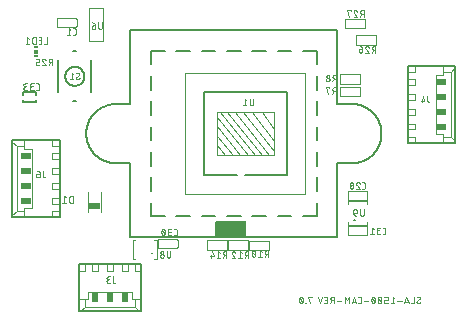
<source format=gbr>
G04 EAGLE Gerber RS-274X export*
G75*
%MOMM*%
%FSLAX34Y34*%
%LPD*%
%INSilkscreen Bottom*%
%IPPOS*%
%AMOC8*
5,1,8,0,0,1.08239X$1,22.5*%
G01*
%ADD10C,0.152400*%
%ADD11C,0.050800*%
%ADD12C,0.203200*%
%ADD13R,0.500000X0.875000*%
%ADD14R,0.875000X0.500000*%
%ADD15R,0.300000X0.150000*%
%ADD16R,0.300000X0.300000*%
%ADD17C,0.076200*%
%ADD18C,0.127000*%
%ADD19C,0.080000*%
%ADD20C,0.050000*%
%ADD21C,0.101600*%
%ADD22R,1.100000X0.600000*%

G36*
X9940Y-88578D02*
X9940Y-88578D01*
X9959Y-88580D01*
X10061Y-88558D01*
X10163Y-88542D01*
X10180Y-88532D01*
X10200Y-88528D01*
X10289Y-88475D01*
X10380Y-88426D01*
X10394Y-88412D01*
X10411Y-88402D01*
X10478Y-88323D01*
X10550Y-88248D01*
X10558Y-88230D01*
X10571Y-88215D01*
X10610Y-88119D01*
X10653Y-88025D01*
X10655Y-88005D01*
X10663Y-87987D01*
X10681Y-87820D01*
X10681Y-75320D01*
X10678Y-75300D01*
X10680Y-75281D01*
X10658Y-75179D01*
X10642Y-75077D01*
X10632Y-75060D01*
X10628Y-75040D01*
X10575Y-74951D01*
X10526Y-74860D01*
X10512Y-74846D01*
X10502Y-74829D01*
X10423Y-74762D01*
X10348Y-74691D01*
X10330Y-74682D01*
X10315Y-74669D01*
X10219Y-74630D01*
X10125Y-74587D01*
X10105Y-74585D01*
X10087Y-74577D01*
X9920Y-74559D01*
X-15000Y-74559D01*
X-15020Y-74562D01*
X-15039Y-74560D01*
X-15141Y-74582D01*
X-15243Y-74599D01*
X-15260Y-74608D01*
X-15280Y-74612D01*
X-15369Y-74665D01*
X-15460Y-74714D01*
X-15474Y-74728D01*
X-15491Y-74738D01*
X-15558Y-74817D01*
X-15630Y-74892D01*
X-15638Y-74910D01*
X-15651Y-74925D01*
X-15690Y-75021D01*
X-15733Y-75115D01*
X-15735Y-75135D01*
X-15743Y-75153D01*
X-15761Y-75320D01*
X-15761Y-87820D01*
X-15758Y-87840D01*
X-15760Y-87859D01*
X-15738Y-87961D01*
X-15722Y-88063D01*
X-15712Y-88080D01*
X-15708Y-88100D01*
X-15655Y-88189D01*
X-15606Y-88280D01*
X-15592Y-88294D01*
X-15582Y-88311D01*
X-15503Y-88378D01*
X-15428Y-88450D01*
X-15410Y-88458D01*
X-15395Y-88471D01*
X-15299Y-88510D01*
X-15205Y-88553D01*
X-15185Y-88555D01*
X-15167Y-88563D01*
X-15000Y-88581D01*
X9920Y-88581D01*
X9940Y-88578D01*
G37*
D10*
X-87500Y87180D02*
X87500Y87180D01*
X87500Y24680D01*
X-87500Y24680D02*
X-87500Y87180D01*
X100000Y24680D02*
X100609Y24673D01*
X101217Y24650D01*
X101825Y24613D01*
X102431Y24561D01*
X103037Y24495D01*
X103640Y24414D01*
X104241Y24318D01*
X104840Y24207D01*
X105436Y24082D01*
X106028Y23942D01*
X106617Y23788D01*
X107202Y23620D01*
X107783Y23438D01*
X108360Y23241D01*
X108931Y23030D01*
X109497Y22806D01*
X110057Y22568D01*
X110611Y22316D01*
X111159Y22051D01*
X111701Y21773D01*
X112235Y21481D01*
X112763Y21177D01*
X113282Y20860D01*
X113794Y20530D01*
X114298Y20188D01*
X114793Y19834D01*
X115279Y19467D01*
X115757Y19089D01*
X116225Y18700D01*
X116683Y18299D01*
X117131Y17888D01*
X117570Y17465D01*
X117998Y17032D01*
X118415Y16588D01*
X118821Y16135D01*
X119216Y15672D01*
X119600Y15199D01*
X119972Y14717D01*
X120332Y14226D01*
X120680Y13727D01*
X121016Y13219D01*
X121340Y12704D01*
X121651Y12180D01*
X121949Y11649D01*
X122234Y11111D01*
X122505Y10566D01*
X122764Y10015D01*
X123009Y9458D01*
X123240Y8894D01*
X123457Y8326D01*
X123661Y7752D01*
X123851Y7173D01*
X124026Y6590D01*
X124187Y6003D01*
X124334Y5412D01*
X124466Y4818D01*
X124584Y4221D01*
X124687Y3621D01*
X124776Y3019D01*
X124850Y2414D01*
X124909Y1808D01*
X124954Y1201D01*
X124983Y593D01*
X124998Y-16D01*
X124998Y-624D01*
X124983Y-1233D01*
X124954Y-1841D01*
X124909Y-2448D01*
X124850Y-3054D01*
X124776Y-3659D01*
X124687Y-4261D01*
X124584Y-4861D01*
X124466Y-5458D01*
X124334Y-6052D01*
X124187Y-6643D01*
X124026Y-7230D01*
X123851Y-7813D01*
X123661Y-8392D01*
X123457Y-8966D01*
X123240Y-9534D01*
X123009Y-10098D01*
X122764Y-10655D01*
X122505Y-11206D01*
X122234Y-11751D01*
X121949Y-12289D01*
X121651Y-12820D01*
X121340Y-13344D01*
X121016Y-13859D01*
X120680Y-14367D01*
X120332Y-14866D01*
X119972Y-15357D01*
X119600Y-15839D01*
X119216Y-16312D01*
X118821Y-16775D01*
X118415Y-17228D01*
X117998Y-17672D01*
X117570Y-18105D01*
X117131Y-18528D01*
X116683Y-18939D01*
X116225Y-19340D01*
X115757Y-19729D01*
X115279Y-20107D01*
X114793Y-20474D01*
X114298Y-20828D01*
X113794Y-21170D01*
X113282Y-21500D01*
X112763Y-21817D01*
X112235Y-22121D01*
X111701Y-22413D01*
X111159Y-22691D01*
X110611Y-22956D01*
X110057Y-23208D01*
X109497Y-23446D01*
X108931Y-23670D01*
X108360Y-23881D01*
X107783Y-24078D01*
X107202Y-24260D01*
X106617Y-24428D01*
X106028Y-24582D01*
X105436Y-24722D01*
X104840Y-24847D01*
X104241Y-24958D01*
X103640Y-25054D01*
X103037Y-25135D01*
X102431Y-25201D01*
X101825Y-25253D01*
X101217Y-25290D01*
X100609Y-25313D01*
X100000Y-25320D01*
X100000Y24680D02*
X87500Y24680D01*
X87500Y-25320D02*
X100000Y-25320D01*
X87500Y-25320D02*
X87500Y-87820D01*
X-87500Y-87820D01*
X-87500Y-25320D01*
X-100000Y-25320D02*
X-100609Y-25313D01*
X-101217Y-25290D01*
X-101825Y-25253D01*
X-102431Y-25201D01*
X-103037Y-25135D01*
X-103640Y-25054D01*
X-104241Y-24958D01*
X-104840Y-24847D01*
X-105436Y-24722D01*
X-106028Y-24582D01*
X-106617Y-24428D01*
X-107202Y-24260D01*
X-107783Y-24078D01*
X-108360Y-23881D01*
X-108931Y-23670D01*
X-109497Y-23446D01*
X-110057Y-23208D01*
X-110611Y-22956D01*
X-111159Y-22691D01*
X-111701Y-22413D01*
X-112235Y-22121D01*
X-112763Y-21817D01*
X-113282Y-21500D01*
X-113794Y-21170D01*
X-114298Y-20828D01*
X-114793Y-20474D01*
X-115279Y-20107D01*
X-115757Y-19729D01*
X-116225Y-19340D01*
X-116683Y-18939D01*
X-117131Y-18528D01*
X-117570Y-18105D01*
X-117998Y-17672D01*
X-118415Y-17228D01*
X-118821Y-16775D01*
X-119216Y-16312D01*
X-119600Y-15839D01*
X-119972Y-15357D01*
X-120332Y-14866D01*
X-120680Y-14367D01*
X-121016Y-13859D01*
X-121340Y-13344D01*
X-121651Y-12820D01*
X-121949Y-12289D01*
X-122234Y-11751D01*
X-122505Y-11206D01*
X-122764Y-10655D01*
X-123009Y-10098D01*
X-123240Y-9534D01*
X-123457Y-8966D01*
X-123661Y-8392D01*
X-123851Y-7813D01*
X-124026Y-7230D01*
X-124187Y-6643D01*
X-124334Y-6052D01*
X-124466Y-5458D01*
X-124584Y-4861D01*
X-124687Y-4261D01*
X-124776Y-3659D01*
X-124850Y-3054D01*
X-124909Y-2448D01*
X-124954Y-1841D01*
X-124983Y-1233D01*
X-124998Y-624D01*
X-124998Y-16D01*
X-124983Y593D01*
X-124954Y1201D01*
X-124909Y1808D01*
X-124850Y2414D01*
X-124776Y3019D01*
X-124687Y3621D01*
X-124584Y4221D01*
X-124466Y4818D01*
X-124334Y5412D01*
X-124187Y6003D01*
X-124026Y6590D01*
X-123851Y7173D01*
X-123661Y7752D01*
X-123457Y8326D01*
X-123240Y8894D01*
X-123009Y9458D01*
X-122764Y10015D01*
X-122505Y10566D01*
X-122234Y11111D01*
X-121949Y11649D01*
X-121651Y12180D01*
X-121340Y12704D01*
X-121016Y13219D01*
X-120680Y13727D01*
X-120332Y14226D01*
X-119972Y14717D01*
X-119600Y15199D01*
X-119216Y15672D01*
X-118821Y16135D01*
X-118415Y16588D01*
X-117998Y17032D01*
X-117570Y17465D01*
X-117131Y17888D01*
X-116683Y18299D01*
X-116225Y18700D01*
X-115757Y19089D01*
X-115279Y19467D01*
X-114793Y19834D01*
X-114298Y20188D01*
X-113794Y20530D01*
X-113282Y20860D01*
X-112763Y21177D01*
X-112235Y21481D01*
X-111701Y21773D01*
X-111159Y22051D01*
X-110611Y22316D01*
X-110057Y22568D01*
X-109497Y22806D01*
X-108931Y23030D01*
X-108360Y23241D01*
X-107783Y23438D01*
X-107202Y23620D01*
X-106617Y23788D01*
X-106028Y23942D01*
X-105436Y24082D01*
X-104840Y24207D01*
X-104241Y24318D01*
X-103640Y24414D01*
X-103037Y24495D01*
X-102431Y24561D01*
X-101825Y24613D01*
X-101217Y24650D01*
X-100609Y24673D01*
X-100000Y24680D01*
X-87500Y24680D01*
X-87500Y-25320D02*
X-100000Y-25320D01*
X-70000Y69680D02*
X-58571Y69680D01*
X-48571Y69680D02*
X-37143Y69680D01*
X-27143Y69680D02*
X-15714Y69680D01*
X-5714Y69680D02*
X5714Y69680D01*
X15714Y69680D02*
X27143Y69680D01*
X37143Y69680D02*
X48571Y69680D01*
X58571Y69680D02*
X70000Y69680D01*
X70000Y58251D01*
X70000Y48251D02*
X70000Y36823D01*
X70000Y26823D02*
X70000Y15394D01*
X70000Y5394D02*
X70000Y-6034D01*
X70000Y-16034D02*
X70000Y-27463D01*
X70000Y-37463D02*
X70000Y-48891D01*
X70000Y-58891D02*
X70000Y-70320D01*
X58571Y-70320D01*
X48571Y-70320D02*
X37143Y-70320D01*
X27143Y-70320D02*
X15714Y-70320D01*
X5714Y-70320D02*
X-5714Y-70320D01*
X-15714Y-70320D02*
X-27143Y-70320D01*
X-37143Y-70320D02*
X-48571Y-70320D01*
X-58571Y-70320D02*
X-70000Y-70320D01*
X-70000Y-58891D01*
X-70000Y-48891D02*
X-70000Y-37463D01*
X-70000Y-27463D02*
X-70000Y-16034D01*
X-70000Y-6034D02*
X-70000Y5394D01*
X-70000Y15394D02*
X-70000Y26823D01*
X-70000Y36823D02*
X-70000Y48251D01*
X-70000Y58251D02*
X-70000Y69680D01*
D11*
X154629Y-142776D02*
X154631Y-142846D01*
X154637Y-142915D01*
X154647Y-142984D01*
X154660Y-143052D01*
X154678Y-143120D01*
X154699Y-143186D01*
X154724Y-143251D01*
X154752Y-143315D01*
X154784Y-143377D01*
X154819Y-143437D01*
X154858Y-143495D01*
X154900Y-143550D01*
X154945Y-143604D01*
X154993Y-143654D01*
X155043Y-143702D01*
X155097Y-143747D01*
X155152Y-143789D01*
X155210Y-143828D01*
X155270Y-143863D01*
X155332Y-143895D01*
X155396Y-143923D01*
X155461Y-143948D01*
X155527Y-143969D01*
X155595Y-143987D01*
X155663Y-144000D01*
X155732Y-144010D01*
X155801Y-144016D01*
X155871Y-144018D01*
X155970Y-144016D01*
X156068Y-144011D01*
X156166Y-144001D01*
X156264Y-143988D01*
X156361Y-143972D01*
X156458Y-143952D01*
X156553Y-143928D01*
X156648Y-143900D01*
X156742Y-143869D01*
X156834Y-143835D01*
X156925Y-143797D01*
X157015Y-143756D01*
X157103Y-143711D01*
X157189Y-143663D01*
X157273Y-143612D01*
X157355Y-143558D01*
X157436Y-143500D01*
X157514Y-143440D01*
X157589Y-143377D01*
X157663Y-143311D01*
X157733Y-143242D01*
X157579Y-139672D02*
X157577Y-139602D01*
X157571Y-139533D01*
X157561Y-139464D01*
X157548Y-139396D01*
X157530Y-139328D01*
X157509Y-139262D01*
X157484Y-139197D01*
X157456Y-139133D01*
X157424Y-139071D01*
X157389Y-139011D01*
X157350Y-138953D01*
X157308Y-138898D01*
X157263Y-138844D01*
X157215Y-138794D01*
X157165Y-138746D01*
X157111Y-138701D01*
X157056Y-138659D01*
X156998Y-138620D01*
X156938Y-138585D01*
X156876Y-138553D01*
X156812Y-138525D01*
X156747Y-138500D01*
X156681Y-138479D01*
X156613Y-138461D01*
X156545Y-138448D01*
X156476Y-138438D01*
X156407Y-138432D01*
X156337Y-138430D01*
X156243Y-138432D01*
X156150Y-138438D01*
X156057Y-138447D01*
X155964Y-138460D01*
X155872Y-138477D01*
X155781Y-138497D01*
X155690Y-138522D01*
X155601Y-138549D01*
X155513Y-138581D01*
X155426Y-138616D01*
X155340Y-138654D01*
X155256Y-138696D01*
X155174Y-138741D01*
X155094Y-138789D01*
X155016Y-138841D01*
X154940Y-138896D01*
X156958Y-140758D02*
X157017Y-140722D01*
X157073Y-140682D01*
X157127Y-140639D01*
X157179Y-140594D01*
X157228Y-140545D01*
X157274Y-140494D01*
X157317Y-140441D01*
X157358Y-140385D01*
X157395Y-140327D01*
X157430Y-140267D01*
X157460Y-140206D01*
X157488Y-140143D01*
X157512Y-140078D01*
X157532Y-140012D01*
X157549Y-139945D01*
X157562Y-139878D01*
X157571Y-139810D01*
X157577Y-139741D01*
X157579Y-139672D01*
X155251Y-141690D02*
X155192Y-141726D01*
X155136Y-141766D01*
X155082Y-141809D01*
X155030Y-141854D01*
X154981Y-141903D01*
X154935Y-141954D01*
X154892Y-142007D01*
X154851Y-142063D01*
X154814Y-142121D01*
X154779Y-142180D01*
X154749Y-142242D01*
X154721Y-142305D01*
X154697Y-142370D01*
X154677Y-142436D01*
X154660Y-142503D01*
X154647Y-142570D01*
X154638Y-142638D01*
X154632Y-142707D01*
X154630Y-142776D01*
X155250Y-141690D02*
X156958Y-140758D01*
X152237Y-138430D02*
X152237Y-144018D01*
X149753Y-144018D01*
X147986Y-144018D02*
X146123Y-138430D01*
X144261Y-144018D01*
X144726Y-142621D02*
X147520Y-142621D01*
X142134Y-141845D02*
X138409Y-141845D01*
X135971Y-139672D02*
X134419Y-138430D01*
X134419Y-144018D01*
X135971Y-144018D02*
X132867Y-144018D01*
X130485Y-144018D02*
X128622Y-144018D01*
X128552Y-144016D01*
X128483Y-144010D01*
X128414Y-144000D01*
X128346Y-143987D01*
X128278Y-143969D01*
X128212Y-143948D01*
X128147Y-143923D01*
X128083Y-143895D01*
X128021Y-143863D01*
X127961Y-143828D01*
X127903Y-143789D01*
X127848Y-143747D01*
X127794Y-143702D01*
X127744Y-143654D01*
X127696Y-143604D01*
X127651Y-143550D01*
X127609Y-143495D01*
X127570Y-143437D01*
X127535Y-143377D01*
X127503Y-143315D01*
X127475Y-143251D01*
X127450Y-143186D01*
X127429Y-143120D01*
X127411Y-143052D01*
X127398Y-142984D01*
X127388Y-142915D01*
X127382Y-142846D01*
X127380Y-142776D01*
X127381Y-142776D02*
X127381Y-142155D01*
X127380Y-142155D02*
X127382Y-142085D01*
X127388Y-142016D01*
X127398Y-141947D01*
X127411Y-141879D01*
X127429Y-141811D01*
X127450Y-141745D01*
X127475Y-141680D01*
X127503Y-141616D01*
X127535Y-141554D01*
X127570Y-141494D01*
X127609Y-141436D01*
X127651Y-141381D01*
X127696Y-141327D01*
X127744Y-141277D01*
X127794Y-141229D01*
X127848Y-141184D01*
X127903Y-141142D01*
X127961Y-141103D01*
X128021Y-141068D01*
X128083Y-141036D01*
X128147Y-141008D01*
X128212Y-140983D01*
X128278Y-140962D01*
X128346Y-140944D01*
X128414Y-140931D01*
X128483Y-140921D01*
X128552Y-140915D01*
X128622Y-140913D01*
X128622Y-140914D02*
X130485Y-140914D01*
X130485Y-138430D01*
X127381Y-138430D01*
X124533Y-139206D02*
X124589Y-139324D01*
X124641Y-139444D01*
X124690Y-139565D01*
X124735Y-139687D01*
X124777Y-139811D01*
X124815Y-139936D01*
X124850Y-140062D01*
X124881Y-140189D01*
X124909Y-140316D01*
X124933Y-140444D01*
X124953Y-140573D01*
X124969Y-140703D01*
X124982Y-140833D01*
X124992Y-140963D01*
X124997Y-141093D01*
X124999Y-141224D01*
X124533Y-139206D02*
X124510Y-139146D01*
X124484Y-139086D01*
X124455Y-139029D01*
X124422Y-138973D01*
X124386Y-138919D01*
X124348Y-138867D01*
X124306Y-138817D01*
X124262Y-138770D01*
X124215Y-138725D01*
X124165Y-138683D01*
X124114Y-138644D01*
X124060Y-138608D01*
X124004Y-138575D01*
X123947Y-138545D01*
X123888Y-138518D01*
X123827Y-138495D01*
X123766Y-138475D01*
X123703Y-138459D01*
X123639Y-138446D01*
X123575Y-138437D01*
X123511Y-138432D01*
X123446Y-138430D01*
X123381Y-138432D01*
X123317Y-138437D01*
X123253Y-138446D01*
X123189Y-138459D01*
X123126Y-138475D01*
X123065Y-138495D01*
X123004Y-138518D01*
X122945Y-138545D01*
X122888Y-138575D01*
X122832Y-138608D01*
X122778Y-138644D01*
X122727Y-138683D01*
X122677Y-138725D01*
X122630Y-138770D01*
X122586Y-138817D01*
X122544Y-138867D01*
X122506Y-138919D01*
X122470Y-138973D01*
X122437Y-139029D01*
X122408Y-139086D01*
X122382Y-139146D01*
X122359Y-139206D01*
X122360Y-139206D02*
X122304Y-139324D01*
X122252Y-139444D01*
X122203Y-139565D01*
X122158Y-139687D01*
X122116Y-139811D01*
X122078Y-139936D01*
X122043Y-140062D01*
X122012Y-140188D01*
X121984Y-140316D01*
X121960Y-140444D01*
X121940Y-140573D01*
X121924Y-140703D01*
X121911Y-140833D01*
X121901Y-140963D01*
X121896Y-141093D01*
X121894Y-141224D01*
X124999Y-141224D02*
X124997Y-141355D01*
X124992Y-141485D01*
X124982Y-141615D01*
X124969Y-141745D01*
X124953Y-141875D01*
X124933Y-142004D01*
X124909Y-142132D01*
X124881Y-142259D01*
X124850Y-142386D01*
X124815Y-142512D01*
X124777Y-142637D01*
X124735Y-142761D01*
X124690Y-142883D01*
X124641Y-143004D01*
X124589Y-143124D01*
X124533Y-143242D01*
X124510Y-143302D01*
X124484Y-143362D01*
X124455Y-143419D01*
X124422Y-143475D01*
X124386Y-143529D01*
X124348Y-143581D01*
X124306Y-143631D01*
X124262Y-143678D01*
X124215Y-143723D01*
X124165Y-143765D01*
X124114Y-143804D01*
X124060Y-143840D01*
X124004Y-143873D01*
X123947Y-143903D01*
X123888Y-143930D01*
X123827Y-143953D01*
X123766Y-143973D01*
X123703Y-143989D01*
X123639Y-144002D01*
X123575Y-144011D01*
X123511Y-144016D01*
X123446Y-144018D01*
X122360Y-143242D02*
X122304Y-143124D01*
X122252Y-143004D01*
X122203Y-142883D01*
X122158Y-142761D01*
X122116Y-142637D01*
X122078Y-142512D01*
X122043Y-142386D01*
X122012Y-142260D01*
X121984Y-142132D01*
X121960Y-142004D01*
X121940Y-141875D01*
X121924Y-141745D01*
X121911Y-141615D01*
X121901Y-141485D01*
X121896Y-141355D01*
X121894Y-141224D01*
X122359Y-143242D02*
X122382Y-143302D01*
X122408Y-143362D01*
X122437Y-143419D01*
X122470Y-143475D01*
X122506Y-143529D01*
X122544Y-143581D01*
X122586Y-143631D01*
X122630Y-143678D01*
X122677Y-143723D01*
X122727Y-143765D01*
X122778Y-143804D01*
X122832Y-143840D01*
X122888Y-143873D01*
X122945Y-143903D01*
X123004Y-143930D01*
X123065Y-143953D01*
X123126Y-143973D01*
X123189Y-143989D01*
X123253Y-144002D01*
X123317Y-144011D01*
X123381Y-144016D01*
X123446Y-144018D01*
X124688Y-142776D02*
X122205Y-139672D01*
X119512Y-141224D02*
X119510Y-141093D01*
X119505Y-140963D01*
X119495Y-140833D01*
X119482Y-140703D01*
X119466Y-140573D01*
X119446Y-140444D01*
X119422Y-140316D01*
X119394Y-140189D01*
X119363Y-140062D01*
X119328Y-139936D01*
X119290Y-139811D01*
X119248Y-139687D01*
X119203Y-139565D01*
X119154Y-139444D01*
X119102Y-139324D01*
X119046Y-139206D01*
X119047Y-139206D02*
X119024Y-139146D01*
X118998Y-139086D01*
X118969Y-139029D01*
X118936Y-138973D01*
X118900Y-138919D01*
X118862Y-138867D01*
X118820Y-138817D01*
X118776Y-138770D01*
X118729Y-138725D01*
X118679Y-138683D01*
X118628Y-138644D01*
X118574Y-138608D01*
X118518Y-138575D01*
X118461Y-138545D01*
X118402Y-138518D01*
X118341Y-138495D01*
X118280Y-138475D01*
X118217Y-138459D01*
X118153Y-138446D01*
X118089Y-138437D01*
X118025Y-138432D01*
X117960Y-138430D01*
X117895Y-138432D01*
X117831Y-138437D01*
X117767Y-138446D01*
X117703Y-138459D01*
X117640Y-138475D01*
X117579Y-138495D01*
X117518Y-138518D01*
X117459Y-138545D01*
X117402Y-138575D01*
X117346Y-138608D01*
X117292Y-138644D01*
X117241Y-138683D01*
X117191Y-138725D01*
X117144Y-138770D01*
X117100Y-138817D01*
X117058Y-138867D01*
X117020Y-138919D01*
X116984Y-138973D01*
X116951Y-139029D01*
X116922Y-139086D01*
X116896Y-139146D01*
X116873Y-139206D01*
X116874Y-139206D02*
X116818Y-139324D01*
X116766Y-139444D01*
X116717Y-139565D01*
X116672Y-139687D01*
X116630Y-139811D01*
X116592Y-139936D01*
X116557Y-140062D01*
X116526Y-140188D01*
X116498Y-140316D01*
X116474Y-140444D01*
X116454Y-140573D01*
X116438Y-140703D01*
X116425Y-140833D01*
X116415Y-140963D01*
X116410Y-141093D01*
X116408Y-141224D01*
X119512Y-141224D02*
X119510Y-141355D01*
X119505Y-141485D01*
X119495Y-141615D01*
X119482Y-141745D01*
X119466Y-141875D01*
X119446Y-142004D01*
X119422Y-142132D01*
X119394Y-142259D01*
X119363Y-142386D01*
X119328Y-142512D01*
X119290Y-142637D01*
X119248Y-142761D01*
X119203Y-142883D01*
X119154Y-143004D01*
X119102Y-143124D01*
X119046Y-143242D01*
X119047Y-143242D02*
X119024Y-143302D01*
X118998Y-143362D01*
X118969Y-143419D01*
X118936Y-143475D01*
X118900Y-143529D01*
X118862Y-143581D01*
X118820Y-143631D01*
X118776Y-143678D01*
X118729Y-143723D01*
X118679Y-143765D01*
X118628Y-143804D01*
X118574Y-143840D01*
X118518Y-143873D01*
X118461Y-143903D01*
X118402Y-143930D01*
X118341Y-143953D01*
X118280Y-143973D01*
X118217Y-143989D01*
X118153Y-144002D01*
X118089Y-144011D01*
X118025Y-144016D01*
X117960Y-144018D01*
X116874Y-143242D02*
X116818Y-143124D01*
X116766Y-143004D01*
X116717Y-142883D01*
X116672Y-142761D01*
X116630Y-142637D01*
X116592Y-142512D01*
X116557Y-142386D01*
X116526Y-142260D01*
X116498Y-142132D01*
X116474Y-142004D01*
X116454Y-141875D01*
X116438Y-141745D01*
X116425Y-141615D01*
X116415Y-141485D01*
X116410Y-141355D01*
X116408Y-141224D01*
X116873Y-143242D02*
X116896Y-143302D01*
X116922Y-143362D01*
X116951Y-143419D01*
X116984Y-143475D01*
X117020Y-143529D01*
X117058Y-143581D01*
X117100Y-143631D01*
X117144Y-143678D01*
X117191Y-143723D01*
X117241Y-143765D01*
X117292Y-143804D01*
X117346Y-143840D01*
X117402Y-143873D01*
X117459Y-143903D01*
X117518Y-143930D01*
X117579Y-143953D01*
X117640Y-143973D01*
X117703Y-143989D01*
X117767Y-144002D01*
X117831Y-144011D01*
X117895Y-144016D01*
X117960Y-144018D01*
X119202Y-142776D02*
X116718Y-139672D01*
X113971Y-141845D02*
X110245Y-141845D01*
X106583Y-144018D02*
X105341Y-144018D01*
X106583Y-144018D02*
X106653Y-144016D01*
X106722Y-144010D01*
X106791Y-144000D01*
X106859Y-143987D01*
X106927Y-143969D01*
X106993Y-143948D01*
X107058Y-143923D01*
X107122Y-143895D01*
X107184Y-143863D01*
X107244Y-143828D01*
X107302Y-143789D01*
X107357Y-143747D01*
X107411Y-143702D01*
X107461Y-143654D01*
X107509Y-143604D01*
X107554Y-143550D01*
X107596Y-143495D01*
X107635Y-143437D01*
X107670Y-143377D01*
X107702Y-143315D01*
X107730Y-143251D01*
X107755Y-143186D01*
X107776Y-143120D01*
X107794Y-143052D01*
X107807Y-142984D01*
X107817Y-142915D01*
X107823Y-142846D01*
X107825Y-142776D01*
X107824Y-142776D02*
X107824Y-139672D01*
X107825Y-139672D02*
X107823Y-139602D01*
X107817Y-139533D01*
X107807Y-139464D01*
X107794Y-139396D01*
X107776Y-139328D01*
X107755Y-139262D01*
X107730Y-139197D01*
X107702Y-139133D01*
X107670Y-139071D01*
X107635Y-139011D01*
X107596Y-138953D01*
X107554Y-138898D01*
X107509Y-138844D01*
X107461Y-138794D01*
X107411Y-138746D01*
X107357Y-138701D01*
X107302Y-138659D01*
X107244Y-138620D01*
X107184Y-138585D01*
X107122Y-138553D01*
X107058Y-138525D01*
X106993Y-138500D01*
X106927Y-138479D01*
X106859Y-138461D01*
X106791Y-138448D01*
X106722Y-138438D01*
X106653Y-138432D01*
X106583Y-138430D01*
X105341Y-138430D01*
X101684Y-138430D02*
X103547Y-144018D01*
X99821Y-144018D02*
X101684Y-138430D01*
X100287Y-142621D02*
X103081Y-142621D01*
X97512Y-144018D02*
X97512Y-138430D01*
X95649Y-141534D01*
X93786Y-138430D01*
X93786Y-144018D01*
X91111Y-141845D02*
X87385Y-141845D01*
X84729Y-144018D02*
X84729Y-138430D01*
X83177Y-138430D01*
X83100Y-138432D01*
X83022Y-138438D01*
X82946Y-138447D01*
X82869Y-138461D01*
X82794Y-138478D01*
X82720Y-138499D01*
X82646Y-138524D01*
X82574Y-138552D01*
X82504Y-138584D01*
X82435Y-138619D01*
X82368Y-138658D01*
X82303Y-138700D01*
X82240Y-138745D01*
X82179Y-138793D01*
X82121Y-138844D01*
X82066Y-138898D01*
X82013Y-138955D01*
X81964Y-139014D01*
X81917Y-139076D01*
X81873Y-139140D01*
X81833Y-139206D01*
X81796Y-139274D01*
X81762Y-139344D01*
X81732Y-139415D01*
X81706Y-139488D01*
X81683Y-139562D01*
X81664Y-139637D01*
X81649Y-139712D01*
X81637Y-139789D01*
X81629Y-139866D01*
X81625Y-139943D01*
X81625Y-140021D01*
X81629Y-140098D01*
X81637Y-140175D01*
X81649Y-140252D01*
X81664Y-140327D01*
X81683Y-140402D01*
X81706Y-140476D01*
X81732Y-140549D01*
X81762Y-140620D01*
X81796Y-140690D01*
X81833Y-140758D01*
X81873Y-140824D01*
X81917Y-140888D01*
X81964Y-140950D01*
X82013Y-141009D01*
X82066Y-141066D01*
X82121Y-141120D01*
X82179Y-141171D01*
X82240Y-141219D01*
X82303Y-141264D01*
X82368Y-141306D01*
X82435Y-141345D01*
X82504Y-141380D01*
X82574Y-141412D01*
X82646Y-141440D01*
X82720Y-141465D01*
X82794Y-141486D01*
X82869Y-141503D01*
X82946Y-141517D01*
X83022Y-141526D01*
X83100Y-141532D01*
X83177Y-141534D01*
X84729Y-141534D01*
X82867Y-141534D02*
X81625Y-144018D01*
X79085Y-144018D02*
X76601Y-144018D01*
X79085Y-144018D02*
X79085Y-138430D01*
X76601Y-138430D01*
X77222Y-140914D02*
X79085Y-140914D01*
X74835Y-138430D02*
X72972Y-144018D01*
X71109Y-138430D01*
X66112Y-138430D02*
X66112Y-139051D01*
X66112Y-138430D02*
X63007Y-138430D01*
X64560Y-144018D01*
X60874Y-144018D02*
X60874Y-143708D01*
X60564Y-143708D01*
X60564Y-144018D01*
X60874Y-144018D01*
X58431Y-141224D02*
X58429Y-141093D01*
X58424Y-140963D01*
X58414Y-140833D01*
X58401Y-140703D01*
X58385Y-140573D01*
X58365Y-140444D01*
X58341Y-140316D01*
X58313Y-140189D01*
X58282Y-140062D01*
X58247Y-139936D01*
X58209Y-139811D01*
X58167Y-139687D01*
X58122Y-139565D01*
X58073Y-139444D01*
X58021Y-139324D01*
X57965Y-139206D01*
X57966Y-139206D02*
X57943Y-139146D01*
X57917Y-139086D01*
X57888Y-139029D01*
X57855Y-138973D01*
X57819Y-138919D01*
X57781Y-138867D01*
X57739Y-138817D01*
X57695Y-138770D01*
X57648Y-138725D01*
X57598Y-138683D01*
X57547Y-138644D01*
X57493Y-138608D01*
X57437Y-138575D01*
X57380Y-138545D01*
X57321Y-138518D01*
X57260Y-138495D01*
X57199Y-138475D01*
X57136Y-138459D01*
X57072Y-138446D01*
X57008Y-138437D01*
X56944Y-138432D01*
X56879Y-138430D01*
X56814Y-138432D01*
X56750Y-138437D01*
X56686Y-138446D01*
X56622Y-138459D01*
X56559Y-138475D01*
X56498Y-138495D01*
X56437Y-138518D01*
X56378Y-138545D01*
X56321Y-138575D01*
X56265Y-138608D01*
X56211Y-138644D01*
X56160Y-138683D01*
X56110Y-138725D01*
X56063Y-138770D01*
X56019Y-138817D01*
X55977Y-138867D01*
X55939Y-138919D01*
X55903Y-138973D01*
X55870Y-139029D01*
X55841Y-139086D01*
X55815Y-139146D01*
X55792Y-139206D01*
X55736Y-139324D01*
X55684Y-139444D01*
X55635Y-139565D01*
X55590Y-139687D01*
X55548Y-139811D01*
X55510Y-139936D01*
X55475Y-140062D01*
X55444Y-140188D01*
X55416Y-140316D01*
X55392Y-140444D01*
X55372Y-140573D01*
X55356Y-140703D01*
X55343Y-140833D01*
X55333Y-140963D01*
X55328Y-141093D01*
X55326Y-141224D01*
X58431Y-141224D02*
X58429Y-141355D01*
X58424Y-141485D01*
X58414Y-141615D01*
X58401Y-141745D01*
X58385Y-141875D01*
X58365Y-142004D01*
X58341Y-142132D01*
X58313Y-142259D01*
X58282Y-142386D01*
X58247Y-142512D01*
X58209Y-142637D01*
X58167Y-142761D01*
X58122Y-142883D01*
X58073Y-143004D01*
X58021Y-143124D01*
X57965Y-143242D01*
X57966Y-143242D02*
X57943Y-143302D01*
X57917Y-143362D01*
X57888Y-143419D01*
X57855Y-143475D01*
X57819Y-143529D01*
X57781Y-143581D01*
X57739Y-143631D01*
X57695Y-143678D01*
X57648Y-143723D01*
X57598Y-143765D01*
X57547Y-143804D01*
X57493Y-143840D01*
X57437Y-143873D01*
X57380Y-143903D01*
X57321Y-143930D01*
X57260Y-143953D01*
X57199Y-143973D01*
X57136Y-143989D01*
X57072Y-144002D01*
X57008Y-144011D01*
X56944Y-144016D01*
X56879Y-144018D01*
X55792Y-143242D02*
X55736Y-143124D01*
X55684Y-143004D01*
X55635Y-142883D01*
X55590Y-142761D01*
X55548Y-142637D01*
X55510Y-142512D01*
X55475Y-142386D01*
X55444Y-142260D01*
X55416Y-142132D01*
X55392Y-142004D01*
X55372Y-141875D01*
X55356Y-141745D01*
X55343Y-141615D01*
X55333Y-141485D01*
X55328Y-141355D01*
X55326Y-141224D01*
X55792Y-143242D02*
X55815Y-143302D01*
X55841Y-143362D01*
X55870Y-143419D01*
X55903Y-143475D01*
X55939Y-143529D01*
X55977Y-143581D01*
X56019Y-143631D01*
X56063Y-143678D01*
X56110Y-143723D01*
X56160Y-143765D01*
X56211Y-143804D01*
X56265Y-143840D01*
X56321Y-143873D01*
X56378Y-143903D01*
X56437Y-143930D01*
X56498Y-143953D01*
X56559Y-143973D01*
X56622Y-143989D01*
X56686Y-144002D01*
X56750Y-144011D01*
X56814Y-144016D01*
X56879Y-144018D01*
X58120Y-142776D02*
X55637Y-139672D01*
D12*
X-126152Y-110710D02*
X-131402Y-110710D01*
X-126152Y-110710D02*
X-83652Y-110710D01*
X-78402Y-110710D01*
X-78402Y-150710D01*
X-79902Y-150710D01*
X-129902Y-150710D01*
X-131402Y-150710D01*
X-131402Y-110710D01*
D11*
X-131152Y-140710D02*
X-126152Y-140710D01*
X-123652Y-140710D01*
X-123652Y-134460D01*
X-86152Y-134460D01*
X-86152Y-140710D02*
X-83652Y-140710D01*
X-78652Y-140710D01*
X-86152Y-140710D02*
X-86152Y-134460D01*
X-126152Y-116960D02*
X-131152Y-116960D01*
X-126152Y-116960D02*
X-126152Y-110710D01*
X-83652Y-116960D02*
X-78652Y-116960D01*
X-83652Y-116960D02*
X-83652Y-110710D01*
X-126152Y-140710D02*
X-126152Y-146960D01*
X-83652Y-146960D01*
X-83652Y-140710D01*
X-126152Y-146960D02*
X-129902Y-150710D01*
X-83652Y-146960D02*
X-79902Y-150710D01*
X-119902Y-116960D02*
X-119902Y-111960D01*
X-119902Y-116960D02*
X-114902Y-116960D01*
X-114902Y-111960D01*
X-107402Y-111960D02*
X-107402Y-116960D01*
X-102402Y-116960D01*
X-102402Y-111960D01*
X-94902Y-111960D02*
X-94902Y-116960D01*
X-89902Y-116960D01*
X-89902Y-111960D01*
D13*
X-117402Y-138835D03*
X-104902Y-138835D03*
X-92402Y-138835D03*
D11*
X-102174Y-125679D02*
X-102174Y-121333D01*
X-102174Y-125679D02*
X-102172Y-125749D01*
X-102166Y-125818D01*
X-102156Y-125887D01*
X-102143Y-125955D01*
X-102125Y-126023D01*
X-102104Y-126089D01*
X-102079Y-126154D01*
X-102051Y-126218D01*
X-102019Y-126280D01*
X-101984Y-126340D01*
X-101945Y-126398D01*
X-101903Y-126453D01*
X-101858Y-126507D01*
X-101810Y-126557D01*
X-101760Y-126605D01*
X-101706Y-126650D01*
X-101651Y-126692D01*
X-101593Y-126731D01*
X-101533Y-126766D01*
X-101471Y-126798D01*
X-101407Y-126826D01*
X-101342Y-126851D01*
X-101276Y-126872D01*
X-101208Y-126890D01*
X-101140Y-126903D01*
X-101071Y-126913D01*
X-101002Y-126919D01*
X-100932Y-126921D01*
X-100311Y-126921D01*
X-104716Y-126921D02*
X-106268Y-126921D01*
X-106345Y-126919D01*
X-106423Y-126913D01*
X-106499Y-126904D01*
X-106576Y-126890D01*
X-106651Y-126873D01*
X-106725Y-126852D01*
X-106799Y-126827D01*
X-106871Y-126799D01*
X-106941Y-126767D01*
X-107010Y-126732D01*
X-107077Y-126693D01*
X-107142Y-126651D01*
X-107205Y-126606D01*
X-107266Y-126558D01*
X-107324Y-126507D01*
X-107379Y-126453D01*
X-107432Y-126396D01*
X-107481Y-126337D01*
X-107528Y-126275D01*
X-107572Y-126211D01*
X-107612Y-126145D01*
X-107649Y-126077D01*
X-107683Y-126007D01*
X-107713Y-125936D01*
X-107739Y-125863D01*
X-107762Y-125789D01*
X-107781Y-125714D01*
X-107796Y-125639D01*
X-107808Y-125562D01*
X-107816Y-125485D01*
X-107820Y-125408D01*
X-107820Y-125330D01*
X-107816Y-125253D01*
X-107808Y-125176D01*
X-107796Y-125099D01*
X-107781Y-125024D01*
X-107762Y-124949D01*
X-107739Y-124875D01*
X-107713Y-124802D01*
X-107683Y-124731D01*
X-107649Y-124661D01*
X-107612Y-124593D01*
X-107572Y-124527D01*
X-107528Y-124463D01*
X-107481Y-124401D01*
X-107432Y-124342D01*
X-107379Y-124285D01*
X-107324Y-124231D01*
X-107266Y-124180D01*
X-107205Y-124132D01*
X-107142Y-124087D01*
X-107077Y-124045D01*
X-107010Y-124006D01*
X-106941Y-123971D01*
X-106871Y-123939D01*
X-106799Y-123911D01*
X-106725Y-123886D01*
X-106651Y-123865D01*
X-106576Y-123848D01*
X-106499Y-123834D01*
X-106423Y-123825D01*
X-106345Y-123819D01*
X-106268Y-123817D01*
X-106578Y-121333D02*
X-104716Y-121333D01*
X-106578Y-121333D02*
X-106648Y-121335D01*
X-106717Y-121341D01*
X-106786Y-121351D01*
X-106854Y-121364D01*
X-106922Y-121382D01*
X-106988Y-121403D01*
X-107053Y-121428D01*
X-107117Y-121456D01*
X-107179Y-121488D01*
X-107239Y-121523D01*
X-107297Y-121562D01*
X-107352Y-121604D01*
X-107406Y-121649D01*
X-107456Y-121697D01*
X-107504Y-121747D01*
X-107549Y-121801D01*
X-107591Y-121856D01*
X-107630Y-121914D01*
X-107665Y-121974D01*
X-107697Y-122036D01*
X-107725Y-122100D01*
X-107750Y-122165D01*
X-107771Y-122231D01*
X-107789Y-122299D01*
X-107802Y-122367D01*
X-107812Y-122436D01*
X-107818Y-122505D01*
X-107820Y-122575D01*
X-107818Y-122645D01*
X-107812Y-122714D01*
X-107802Y-122783D01*
X-107789Y-122851D01*
X-107771Y-122919D01*
X-107750Y-122985D01*
X-107725Y-123050D01*
X-107697Y-123114D01*
X-107665Y-123176D01*
X-107630Y-123236D01*
X-107591Y-123294D01*
X-107549Y-123349D01*
X-107504Y-123403D01*
X-107456Y-123453D01*
X-107406Y-123501D01*
X-107352Y-123546D01*
X-107297Y-123588D01*
X-107239Y-123627D01*
X-107179Y-123662D01*
X-107117Y-123694D01*
X-107053Y-123722D01*
X-106988Y-123747D01*
X-106922Y-123768D01*
X-106854Y-123786D01*
X-106786Y-123799D01*
X-106717Y-123809D01*
X-106648Y-123815D01*
X-106578Y-123817D01*
X-105337Y-123817D01*
D12*
X147286Y-8366D02*
X147286Y-3116D01*
X147286Y51884D01*
X147286Y57134D01*
X187286Y57134D01*
X187286Y55634D01*
X187286Y-6866D01*
X187286Y-8366D01*
X147286Y-8366D01*
D11*
X177286Y-8116D02*
X177286Y-3116D01*
X177286Y-616D01*
X171036Y-616D01*
X171036Y49384D01*
X177286Y49384D02*
X177286Y51884D01*
X177286Y56884D01*
X177286Y49384D02*
X171036Y49384D01*
X153536Y-3116D02*
X153536Y-8116D01*
X153536Y-3116D02*
X147286Y-3116D01*
X153536Y51884D02*
X153536Y56884D01*
X153536Y51884D02*
X147286Y51884D01*
X177286Y-3116D02*
X183536Y-3116D01*
X183536Y51884D01*
X177286Y51884D01*
X183536Y-3116D02*
X187286Y-6866D01*
X183536Y51884D02*
X187286Y55634D01*
X153536Y3134D02*
X148536Y3134D01*
X153536Y3134D02*
X153536Y8134D01*
X148536Y8134D01*
X148536Y15634D02*
X153536Y15634D01*
X153536Y20634D01*
X148536Y20634D01*
X148536Y28134D02*
X153536Y28134D01*
X153536Y33134D01*
X148536Y33134D01*
X148536Y40634D02*
X153536Y40634D01*
X153536Y45634D01*
X148536Y45634D01*
D14*
X175411Y5634D03*
X175411Y18134D03*
X175411Y30634D03*
X175411Y43134D03*
D11*
X163793Y31869D02*
X163793Y27523D01*
X163795Y27453D01*
X163801Y27384D01*
X163811Y27315D01*
X163824Y27247D01*
X163842Y27179D01*
X163863Y27113D01*
X163888Y27048D01*
X163916Y26984D01*
X163948Y26922D01*
X163983Y26862D01*
X164022Y26804D01*
X164064Y26749D01*
X164109Y26695D01*
X164157Y26645D01*
X164207Y26597D01*
X164261Y26552D01*
X164316Y26510D01*
X164374Y26471D01*
X164434Y26436D01*
X164496Y26404D01*
X164560Y26376D01*
X164625Y26351D01*
X164691Y26330D01*
X164759Y26312D01*
X164827Y26299D01*
X164896Y26289D01*
X164965Y26283D01*
X165035Y26281D01*
X165656Y26281D01*
X161251Y27523D02*
X160010Y31869D01*
X161251Y27523D02*
X158147Y27523D01*
X159078Y28765D02*
X159078Y26281D01*
D12*
X-147540Y-5604D02*
X-147540Y-10854D01*
X-147540Y-65854D01*
X-147540Y-71104D01*
X-187540Y-71104D01*
X-187540Y-69604D01*
X-187540Y-7104D01*
X-187540Y-5604D01*
X-147540Y-5604D01*
D11*
X-177540Y-5854D02*
X-177540Y-10854D01*
X-177540Y-13354D01*
X-171290Y-13354D01*
X-171290Y-63354D01*
X-177540Y-63354D02*
X-177540Y-65854D01*
X-177540Y-70854D01*
X-177540Y-63354D02*
X-171290Y-63354D01*
X-153790Y-10854D02*
X-153790Y-5854D01*
X-153790Y-10854D02*
X-147540Y-10854D01*
X-153790Y-65854D02*
X-153790Y-70854D01*
X-153790Y-65854D02*
X-147540Y-65854D01*
X-177540Y-10854D02*
X-183790Y-10854D01*
X-183790Y-65854D01*
X-177540Y-65854D01*
X-183790Y-10854D02*
X-187540Y-7104D01*
X-183790Y-65854D02*
X-187540Y-69604D01*
X-153790Y-17104D02*
X-148790Y-17104D01*
X-153790Y-17104D02*
X-153790Y-22104D01*
X-148790Y-22104D01*
X-148790Y-29604D02*
X-153790Y-29604D01*
X-153790Y-34604D01*
X-148790Y-34604D01*
X-148790Y-42104D02*
X-153790Y-42104D01*
X-153790Y-47104D01*
X-148790Y-47104D01*
X-148790Y-54604D02*
X-153790Y-54604D01*
X-153790Y-59604D01*
X-148790Y-59604D01*
D14*
X-175665Y-19604D03*
X-175665Y-32104D03*
X-175665Y-44604D03*
X-175665Y-57104D03*
D11*
X-161677Y-36215D02*
X-161677Y-31869D01*
X-161677Y-36215D02*
X-161675Y-36285D01*
X-161669Y-36354D01*
X-161659Y-36423D01*
X-161646Y-36491D01*
X-161628Y-36559D01*
X-161607Y-36625D01*
X-161582Y-36690D01*
X-161554Y-36754D01*
X-161522Y-36816D01*
X-161487Y-36876D01*
X-161448Y-36934D01*
X-161406Y-36989D01*
X-161361Y-37043D01*
X-161313Y-37093D01*
X-161263Y-37141D01*
X-161209Y-37186D01*
X-161154Y-37228D01*
X-161096Y-37267D01*
X-161036Y-37302D01*
X-160974Y-37334D01*
X-160910Y-37362D01*
X-160845Y-37387D01*
X-160779Y-37408D01*
X-160711Y-37426D01*
X-160643Y-37439D01*
X-160574Y-37449D01*
X-160505Y-37455D01*
X-160435Y-37457D01*
X-159814Y-37457D01*
X-164219Y-34353D02*
X-166081Y-34353D01*
X-166081Y-34352D02*
X-166151Y-34354D01*
X-166220Y-34360D01*
X-166289Y-34370D01*
X-166357Y-34383D01*
X-166425Y-34401D01*
X-166491Y-34422D01*
X-166556Y-34447D01*
X-166620Y-34475D01*
X-166682Y-34507D01*
X-166742Y-34542D01*
X-166800Y-34581D01*
X-166855Y-34623D01*
X-166909Y-34668D01*
X-166959Y-34716D01*
X-167007Y-34766D01*
X-167052Y-34820D01*
X-167094Y-34875D01*
X-167133Y-34933D01*
X-167168Y-34993D01*
X-167200Y-35055D01*
X-167228Y-35119D01*
X-167253Y-35184D01*
X-167274Y-35250D01*
X-167292Y-35318D01*
X-167305Y-35386D01*
X-167315Y-35455D01*
X-167321Y-35524D01*
X-167323Y-35594D01*
X-167323Y-35905D01*
X-167321Y-35982D01*
X-167315Y-36060D01*
X-167306Y-36136D01*
X-167292Y-36213D01*
X-167275Y-36288D01*
X-167254Y-36362D01*
X-167229Y-36436D01*
X-167201Y-36508D01*
X-167169Y-36578D01*
X-167134Y-36647D01*
X-167095Y-36714D01*
X-167053Y-36779D01*
X-167008Y-36842D01*
X-166960Y-36903D01*
X-166909Y-36961D01*
X-166855Y-37016D01*
X-166798Y-37069D01*
X-166739Y-37118D01*
X-166677Y-37165D01*
X-166613Y-37209D01*
X-166547Y-37249D01*
X-166479Y-37286D01*
X-166409Y-37320D01*
X-166338Y-37350D01*
X-166265Y-37376D01*
X-166191Y-37399D01*
X-166116Y-37418D01*
X-166041Y-37433D01*
X-165964Y-37445D01*
X-165887Y-37453D01*
X-165810Y-37457D01*
X-165732Y-37457D01*
X-165655Y-37453D01*
X-165578Y-37445D01*
X-165501Y-37433D01*
X-165426Y-37418D01*
X-165351Y-37399D01*
X-165277Y-37376D01*
X-165204Y-37350D01*
X-165133Y-37320D01*
X-165063Y-37286D01*
X-164995Y-37249D01*
X-164929Y-37209D01*
X-164865Y-37165D01*
X-164803Y-37118D01*
X-164744Y-37069D01*
X-164687Y-37016D01*
X-164633Y-36961D01*
X-164582Y-36903D01*
X-164534Y-36842D01*
X-164489Y-36779D01*
X-164447Y-36714D01*
X-164408Y-36647D01*
X-164373Y-36578D01*
X-164341Y-36508D01*
X-164313Y-36436D01*
X-164288Y-36362D01*
X-164267Y-36288D01*
X-164250Y-36213D01*
X-164236Y-36136D01*
X-164227Y-36060D01*
X-164221Y-35982D01*
X-164219Y-35905D01*
X-164219Y-34353D01*
X-164218Y-34353D02*
X-164220Y-34255D01*
X-164226Y-34158D01*
X-164235Y-34061D01*
X-164249Y-33964D01*
X-164266Y-33868D01*
X-164287Y-33773D01*
X-164311Y-33679D01*
X-164340Y-33585D01*
X-164372Y-33493D01*
X-164407Y-33402D01*
X-164446Y-33313D01*
X-164489Y-33225D01*
X-164535Y-33139D01*
X-164584Y-33055D01*
X-164637Y-32973D01*
X-164692Y-32893D01*
X-164751Y-32815D01*
X-164813Y-32740D01*
X-164878Y-32667D01*
X-164946Y-32597D01*
X-165016Y-32529D01*
X-165089Y-32464D01*
X-165164Y-32402D01*
X-165242Y-32343D01*
X-165322Y-32288D01*
X-165404Y-32235D01*
X-165488Y-32186D01*
X-165574Y-32140D01*
X-165662Y-32097D01*
X-165751Y-32058D01*
X-165842Y-32023D01*
X-165934Y-31991D01*
X-166028Y-31962D01*
X-166122Y-31938D01*
X-166217Y-31917D01*
X-166313Y-31900D01*
X-166410Y-31886D01*
X-166507Y-31877D01*
X-166604Y-31871D01*
X-166702Y-31869D01*
D15*
X-167410Y65084D03*
X-167410Y72584D03*
D16*
X-167410Y68834D03*
D11*
X-158115Y75692D02*
X-158115Y81280D01*
X-158115Y75692D02*
X-160599Y75692D01*
X-162870Y75692D02*
X-165353Y75692D01*
X-162870Y75692D02*
X-162870Y81280D01*
X-165353Y81280D01*
X-164732Y78796D02*
X-162870Y78796D01*
X-167614Y81280D02*
X-167614Y75692D01*
X-167614Y81280D02*
X-169166Y81280D01*
X-169242Y81278D01*
X-169318Y81273D01*
X-169394Y81263D01*
X-169469Y81250D01*
X-169543Y81233D01*
X-169617Y81213D01*
X-169689Y81189D01*
X-169760Y81162D01*
X-169830Y81131D01*
X-169898Y81097D01*
X-169964Y81059D01*
X-170028Y81018D01*
X-170091Y80975D01*
X-170151Y80928D01*
X-170208Y80878D01*
X-170263Y80825D01*
X-170316Y80770D01*
X-170366Y80713D01*
X-170413Y80653D01*
X-170456Y80590D01*
X-170497Y80526D01*
X-170535Y80460D01*
X-170569Y80392D01*
X-170600Y80322D01*
X-170627Y80251D01*
X-170651Y80178D01*
X-170671Y80105D01*
X-170688Y80031D01*
X-170701Y79956D01*
X-170711Y79880D01*
X-170716Y79804D01*
X-170718Y79728D01*
X-170718Y77244D01*
X-170716Y77165D01*
X-170710Y77087D01*
X-170700Y77009D01*
X-170686Y76932D01*
X-170668Y76855D01*
X-170647Y76779D01*
X-170621Y76705D01*
X-170592Y76632D01*
X-170559Y76561D01*
X-170523Y76491D01*
X-170483Y76423D01*
X-170440Y76357D01*
X-170393Y76294D01*
X-170344Y76233D01*
X-170291Y76175D01*
X-170235Y76119D01*
X-170177Y76066D01*
X-170116Y76017D01*
X-170053Y75970D01*
X-169987Y75927D01*
X-169919Y75887D01*
X-169850Y75851D01*
X-169778Y75818D01*
X-169705Y75789D01*
X-169631Y75763D01*
X-169555Y75742D01*
X-169478Y75724D01*
X-169401Y75710D01*
X-169323Y75700D01*
X-169245Y75694D01*
X-169166Y75692D01*
X-167614Y75692D01*
X-173283Y80038D02*
X-174835Y81280D01*
X-174835Y75692D01*
X-173283Y75692D02*
X-176387Y75692D01*
D17*
X-153924Y62992D02*
X-153924Y57658D01*
X-153924Y62992D02*
X-155406Y62992D01*
X-155482Y62990D01*
X-155558Y62984D01*
X-155634Y62974D01*
X-155709Y62961D01*
X-155783Y62943D01*
X-155857Y62922D01*
X-155929Y62897D01*
X-155999Y62868D01*
X-156069Y62836D01*
X-156136Y62800D01*
X-156201Y62760D01*
X-156265Y62718D01*
X-156326Y62672D01*
X-156384Y62623D01*
X-156440Y62571D01*
X-156494Y62517D01*
X-156544Y62459D01*
X-156591Y62400D01*
X-156636Y62337D01*
X-156677Y62273D01*
X-156714Y62207D01*
X-156748Y62138D01*
X-156779Y62068D01*
X-156806Y61997D01*
X-156829Y61924D01*
X-156848Y61850D01*
X-156864Y61776D01*
X-156876Y61700D01*
X-156884Y61624D01*
X-156888Y61548D01*
X-156888Y61472D01*
X-156884Y61396D01*
X-156876Y61320D01*
X-156864Y61244D01*
X-156848Y61170D01*
X-156829Y61096D01*
X-156806Y61023D01*
X-156779Y60952D01*
X-156748Y60882D01*
X-156714Y60813D01*
X-156677Y60747D01*
X-156636Y60683D01*
X-156591Y60620D01*
X-156544Y60561D01*
X-156494Y60503D01*
X-156440Y60449D01*
X-156384Y60397D01*
X-156326Y60348D01*
X-156265Y60302D01*
X-156201Y60260D01*
X-156136Y60220D01*
X-156069Y60184D01*
X-155999Y60152D01*
X-155929Y60123D01*
X-155857Y60098D01*
X-155783Y60077D01*
X-155709Y60059D01*
X-155634Y60046D01*
X-155558Y60036D01*
X-155482Y60030D01*
X-155406Y60028D01*
X-155406Y60029D02*
X-153924Y60029D01*
X-155702Y60029D02*
X-156887Y57658D01*
X-160995Y62992D02*
X-161067Y62990D01*
X-161139Y62984D01*
X-161211Y62974D01*
X-161282Y62961D01*
X-161352Y62943D01*
X-161421Y62922D01*
X-161489Y62897D01*
X-161555Y62869D01*
X-161620Y62837D01*
X-161683Y62801D01*
X-161744Y62762D01*
X-161802Y62720D01*
X-161859Y62675D01*
X-161912Y62626D01*
X-161963Y62575D01*
X-162012Y62522D01*
X-162057Y62465D01*
X-162099Y62407D01*
X-162138Y62346D01*
X-162174Y62283D01*
X-162206Y62218D01*
X-162234Y62152D01*
X-162259Y62084D01*
X-162280Y62015D01*
X-162298Y61945D01*
X-162311Y61874D01*
X-162321Y61802D01*
X-162327Y61730D01*
X-162329Y61658D01*
X-160995Y62992D02*
X-160915Y62990D01*
X-160836Y62985D01*
X-160756Y62975D01*
X-160678Y62962D01*
X-160600Y62946D01*
X-160522Y62926D01*
X-160446Y62902D01*
X-160371Y62874D01*
X-160298Y62844D01*
X-160226Y62810D01*
X-160155Y62772D01*
X-160087Y62731D01*
X-160020Y62687D01*
X-159955Y62641D01*
X-159893Y62591D01*
X-159833Y62538D01*
X-159776Y62482D01*
X-159721Y62424D01*
X-159669Y62364D01*
X-159620Y62301D01*
X-159574Y62236D01*
X-159531Y62169D01*
X-159491Y62100D01*
X-159455Y62029D01*
X-159421Y61956D01*
X-159392Y61882D01*
X-159365Y61807D01*
X-161884Y60621D02*
X-161935Y60672D01*
X-161983Y60726D01*
X-162029Y60782D01*
X-162072Y60841D01*
X-162112Y60901D01*
X-162148Y60964D01*
X-162182Y61028D01*
X-162212Y61094D01*
X-162239Y61161D01*
X-162262Y61230D01*
X-162282Y61299D01*
X-162299Y61370D01*
X-162312Y61441D01*
X-162321Y61513D01*
X-162326Y61586D01*
X-162328Y61658D01*
X-161884Y60621D02*
X-159365Y57658D01*
X-162328Y57658D01*
X-164851Y57658D02*
X-166629Y57658D01*
X-166695Y57660D01*
X-166762Y57665D01*
X-166827Y57675D01*
X-166893Y57688D01*
X-166957Y57704D01*
X-167020Y57724D01*
X-167082Y57748D01*
X-167143Y57775D01*
X-167202Y57806D01*
X-167259Y57840D01*
X-167315Y57877D01*
X-167368Y57917D01*
X-167419Y57959D01*
X-167467Y58005D01*
X-167513Y58053D01*
X-167555Y58104D01*
X-167595Y58157D01*
X-167632Y58213D01*
X-167666Y58270D01*
X-167697Y58329D01*
X-167724Y58390D01*
X-167748Y58452D01*
X-167768Y58515D01*
X-167784Y58579D01*
X-167797Y58645D01*
X-167807Y58710D01*
X-167812Y58777D01*
X-167814Y58843D01*
X-167815Y58843D02*
X-167815Y59436D01*
X-167814Y59436D02*
X-167812Y59502D01*
X-167807Y59569D01*
X-167797Y59634D01*
X-167784Y59700D01*
X-167768Y59764D01*
X-167748Y59827D01*
X-167724Y59889D01*
X-167697Y59950D01*
X-167666Y60009D01*
X-167632Y60066D01*
X-167595Y60122D01*
X-167555Y60175D01*
X-167513Y60226D01*
X-167467Y60274D01*
X-167419Y60320D01*
X-167368Y60362D01*
X-167315Y60402D01*
X-167259Y60439D01*
X-167202Y60473D01*
X-167143Y60504D01*
X-167082Y60531D01*
X-167020Y60555D01*
X-166957Y60575D01*
X-166893Y60591D01*
X-166827Y60604D01*
X-166762Y60614D01*
X-166695Y60619D01*
X-166629Y60621D01*
X-164851Y60621D01*
X-164851Y62992D01*
X-167815Y62992D01*
D12*
X-148620Y61640D02*
X-148620Y34880D01*
X-120620Y34880D02*
X-120620Y61640D01*
X-133320Y27260D02*
X-135920Y27260D01*
X-135920Y69260D02*
X-133320Y69260D01*
D18*
X-142670Y48260D02*
X-142668Y48458D01*
X-142660Y48655D01*
X-142648Y48852D01*
X-142631Y49049D01*
X-142609Y49245D01*
X-142583Y49441D01*
X-142551Y49636D01*
X-142515Y49830D01*
X-142474Y50024D01*
X-142429Y50216D01*
X-142378Y50407D01*
X-142323Y50597D01*
X-142264Y50785D01*
X-142199Y50972D01*
X-142131Y51157D01*
X-142057Y51341D01*
X-141979Y51522D01*
X-141897Y51702D01*
X-141810Y51879D01*
X-141719Y52055D01*
X-141624Y52228D01*
X-141525Y52399D01*
X-141421Y52567D01*
X-141313Y52732D01*
X-141202Y52895D01*
X-141086Y53055D01*
X-140966Y53213D01*
X-140843Y53367D01*
X-140716Y53518D01*
X-140585Y53666D01*
X-140450Y53811D01*
X-140312Y53952D01*
X-140171Y54090D01*
X-140026Y54225D01*
X-139878Y54356D01*
X-139727Y54483D01*
X-139573Y54606D01*
X-139415Y54726D01*
X-139255Y54842D01*
X-139092Y54953D01*
X-138927Y55061D01*
X-138759Y55165D01*
X-138588Y55264D01*
X-138415Y55359D01*
X-138239Y55450D01*
X-138062Y55537D01*
X-137882Y55619D01*
X-137701Y55697D01*
X-137517Y55771D01*
X-137332Y55839D01*
X-137145Y55904D01*
X-136957Y55963D01*
X-136767Y56018D01*
X-136576Y56069D01*
X-136384Y56114D01*
X-136190Y56155D01*
X-135996Y56191D01*
X-135801Y56223D01*
X-135605Y56249D01*
X-135409Y56271D01*
X-135212Y56288D01*
X-135015Y56300D01*
X-134818Y56308D01*
X-134620Y56310D01*
X-134422Y56308D01*
X-134225Y56300D01*
X-134028Y56288D01*
X-133831Y56271D01*
X-133635Y56249D01*
X-133439Y56223D01*
X-133244Y56191D01*
X-133050Y56155D01*
X-132856Y56114D01*
X-132664Y56069D01*
X-132473Y56018D01*
X-132283Y55963D01*
X-132095Y55904D01*
X-131908Y55839D01*
X-131723Y55771D01*
X-131539Y55697D01*
X-131358Y55619D01*
X-131178Y55537D01*
X-131001Y55450D01*
X-130825Y55359D01*
X-130652Y55264D01*
X-130481Y55165D01*
X-130313Y55061D01*
X-130148Y54953D01*
X-129985Y54842D01*
X-129825Y54726D01*
X-129667Y54606D01*
X-129513Y54483D01*
X-129362Y54356D01*
X-129214Y54225D01*
X-129069Y54090D01*
X-128928Y53952D01*
X-128790Y53811D01*
X-128655Y53666D01*
X-128524Y53518D01*
X-128397Y53367D01*
X-128274Y53213D01*
X-128154Y53055D01*
X-128038Y52895D01*
X-127927Y52732D01*
X-127819Y52567D01*
X-127715Y52399D01*
X-127616Y52228D01*
X-127521Y52055D01*
X-127430Y51879D01*
X-127343Y51702D01*
X-127261Y51522D01*
X-127183Y51341D01*
X-127109Y51157D01*
X-127041Y50972D01*
X-126976Y50785D01*
X-126917Y50597D01*
X-126862Y50407D01*
X-126811Y50216D01*
X-126766Y50024D01*
X-126725Y49830D01*
X-126689Y49636D01*
X-126657Y49441D01*
X-126631Y49245D01*
X-126609Y49049D01*
X-126592Y48852D01*
X-126580Y48655D01*
X-126572Y48458D01*
X-126570Y48260D01*
X-126572Y48062D01*
X-126580Y47865D01*
X-126592Y47668D01*
X-126609Y47471D01*
X-126631Y47275D01*
X-126657Y47079D01*
X-126689Y46884D01*
X-126725Y46690D01*
X-126766Y46496D01*
X-126811Y46304D01*
X-126862Y46113D01*
X-126917Y45923D01*
X-126976Y45735D01*
X-127041Y45548D01*
X-127109Y45363D01*
X-127183Y45179D01*
X-127261Y44998D01*
X-127343Y44818D01*
X-127430Y44641D01*
X-127521Y44465D01*
X-127616Y44292D01*
X-127715Y44121D01*
X-127819Y43953D01*
X-127927Y43788D01*
X-128038Y43625D01*
X-128154Y43465D01*
X-128274Y43307D01*
X-128397Y43153D01*
X-128524Y43002D01*
X-128655Y42854D01*
X-128790Y42709D01*
X-128928Y42568D01*
X-129069Y42430D01*
X-129214Y42295D01*
X-129362Y42164D01*
X-129513Y42037D01*
X-129667Y41914D01*
X-129825Y41794D01*
X-129985Y41678D01*
X-130148Y41567D01*
X-130313Y41459D01*
X-130481Y41355D01*
X-130652Y41256D01*
X-130825Y41161D01*
X-131001Y41070D01*
X-131178Y40983D01*
X-131358Y40901D01*
X-131539Y40823D01*
X-131723Y40749D01*
X-131908Y40681D01*
X-132095Y40616D01*
X-132283Y40557D01*
X-132473Y40502D01*
X-132664Y40451D01*
X-132856Y40406D01*
X-133050Y40365D01*
X-133244Y40329D01*
X-133439Y40297D01*
X-133635Y40271D01*
X-133831Y40249D01*
X-134028Y40232D01*
X-134225Y40220D01*
X-134422Y40212D01*
X-134620Y40210D01*
X-134818Y40212D01*
X-135015Y40220D01*
X-135212Y40232D01*
X-135409Y40249D01*
X-135605Y40271D01*
X-135801Y40297D01*
X-135996Y40329D01*
X-136190Y40365D01*
X-136384Y40406D01*
X-136576Y40451D01*
X-136767Y40502D01*
X-136957Y40557D01*
X-137145Y40616D01*
X-137332Y40681D01*
X-137517Y40749D01*
X-137701Y40823D01*
X-137882Y40901D01*
X-138062Y40983D01*
X-138239Y41070D01*
X-138415Y41161D01*
X-138588Y41256D01*
X-138759Y41355D01*
X-138927Y41459D01*
X-139092Y41567D01*
X-139255Y41678D01*
X-139415Y41794D01*
X-139573Y41914D01*
X-139727Y42037D01*
X-139878Y42164D01*
X-140026Y42295D01*
X-140171Y42430D01*
X-140312Y42568D01*
X-140450Y42709D01*
X-140585Y42854D01*
X-140716Y43002D01*
X-140843Y43153D01*
X-140966Y43307D01*
X-141086Y43465D01*
X-141202Y43625D01*
X-141313Y43788D01*
X-141421Y43953D01*
X-141525Y44121D01*
X-141624Y44292D01*
X-141719Y44465D01*
X-141810Y44641D01*
X-141897Y44818D01*
X-141979Y44998D01*
X-142057Y45179D01*
X-142131Y45363D01*
X-142199Y45548D01*
X-142264Y45735D01*
X-142323Y45923D01*
X-142378Y46113D01*
X-142429Y46304D01*
X-142474Y46496D01*
X-142515Y46690D01*
X-142551Y46884D01*
X-142583Y47079D01*
X-142609Y47275D01*
X-142631Y47471D01*
X-142648Y47668D01*
X-142660Y47865D01*
X-142668Y48062D01*
X-142670Y48260D01*
D17*
X-133519Y46905D02*
X-133517Y46839D01*
X-133512Y46772D01*
X-133502Y46707D01*
X-133489Y46641D01*
X-133473Y46577D01*
X-133453Y46514D01*
X-133429Y46452D01*
X-133402Y46391D01*
X-133371Y46332D01*
X-133337Y46275D01*
X-133300Y46219D01*
X-133260Y46166D01*
X-133218Y46115D01*
X-133172Y46067D01*
X-133124Y46021D01*
X-133073Y45979D01*
X-133020Y45939D01*
X-132964Y45902D01*
X-132907Y45868D01*
X-132848Y45837D01*
X-132787Y45810D01*
X-132725Y45786D01*
X-132662Y45766D01*
X-132598Y45750D01*
X-132532Y45737D01*
X-132467Y45727D01*
X-132400Y45722D01*
X-132334Y45720D01*
X-132235Y45722D01*
X-132136Y45728D01*
X-132038Y45738D01*
X-131940Y45751D01*
X-131843Y45769D01*
X-131746Y45790D01*
X-131651Y45815D01*
X-131556Y45844D01*
X-131463Y45876D01*
X-131371Y45913D01*
X-131280Y45952D01*
X-131192Y45996D01*
X-131105Y46043D01*
X-131019Y46093D01*
X-130936Y46146D01*
X-130855Y46203D01*
X-130777Y46263D01*
X-130701Y46326D01*
X-130627Y46392D01*
X-130556Y46461D01*
X-130704Y49869D02*
X-130706Y49935D01*
X-130711Y50002D01*
X-130721Y50067D01*
X-130734Y50133D01*
X-130750Y50197D01*
X-130771Y50260D01*
X-130794Y50322D01*
X-130821Y50383D01*
X-130852Y50442D01*
X-130886Y50499D01*
X-130923Y50555D01*
X-130963Y50608D01*
X-131005Y50659D01*
X-131051Y50707D01*
X-131099Y50753D01*
X-131150Y50795D01*
X-131203Y50835D01*
X-131259Y50872D01*
X-131316Y50906D01*
X-131375Y50937D01*
X-131436Y50964D01*
X-131498Y50988D01*
X-131561Y51008D01*
X-131625Y51024D01*
X-131691Y51037D01*
X-131756Y51047D01*
X-131823Y51052D01*
X-131889Y51054D01*
X-131978Y51052D01*
X-132068Y51047D01*
X-132157Y51038D01*
X-132245Y51025D01*
X-132333Y51009D01*
X-132420Y50990D01*
X-132507Y50966D01*
X-132592Y50940D01*
X-132676Y50910D01*
X-132759Y50877D01*
X-132841Y50840D01*
X-132921Y50800D01*
X-132999Y50757D01*
X-133076Y50711D01*
X-133150Y50662D01*
X-133223Y50609D01*
X-131297Y48832D02*
X-131241Y48867D01*
X-131187Y48905D01*
X-131136Y48945D01*
X-131086Y48989D01*
X-131040Y49035D01*
X-130995Y49084D01*
X-130954Y49135D01*
X-130915Y49188D01*
X-130879Y49243D01*
X-130847Y49300D01*
X-130817Y49359D01*
X-130791Y49420D01*
X-130768Y49481D01*
X-130749Y49544D01*
X-130733Y49608D01*
X-130720Y49672D01*
X-130711Y49738D01*
X-130706Y49803D01*
X-130704Y49869D01*
X-132926Y47942D02*
X-132982Y47907D01*
X-133036Y47869D01*
X-133087Y47829D01*
X-133137Y47785D01*
X-133184Y47739D01*
X-133228Y47690D01*
X-133269Y47639D01*
X-133308Y47586D01*
X-133344Y47531D01*
X-133376Y47474D01*
X-133406Y47415D01*
X-133432Y47354D01*
X-133455Y47293D01*
X-133474Y47230D01*
X-133490Y47166D01*
X-133503Y47101D01*
X-133512Y47036D01*
X-133517Y46971D01*
X-133519Y46905D01*
X-132927Y47943D02*
X-131297Y48832D01*
X-135860Y49869D02*
X-137341Y51054D01*
X-137341Y45720D01*
X-135860Y45720D02*
X-138823Y45720D01*
D18*
X-25400Y-35320D02*
X2600Y-35320D01*
X-25400Y-35320D02*
X-25400Y34680D01*
X44600Y34680D01*
X44600Y-35320D01*
X9600Y-35320D01*
D19*
X-41400Y-51320D02*
X-41400Y50680D01*
X60600Y50680D01*
X60600Y-51320D01*
X-41400Y-51320D01*
X-14400Y17680D02*
X-11400Y17680D01*
X-5400Y17680D01*
X600Y17680D01*
X7600Y17680D01*
X15600Y17680D01*
X23600Y17680D01*
X33600Y17680D01*
X33600Y3680D01*
X33600Y-6320D01*
X33600Y-15320D01*
X33600Y-18320D01*
X29600Y-18320D01*
X23600Y-18320D01*
X17600Y-18320D01*
X11600Y-18320D01*
X5600Y-18320D01*
X-400Y-18320D01*
X-7400Y-18320D01*
X-14400Y-18320D01*
X-14400Y-10320D01*
X-14400Y-2320D01*
X-14400Y5680D01*
X-14400Y13680D01*
X-14400Y17680D01*
X-14400Y-2320D02*
X-400Y-18320D01*
X5600Y-18320D02*
X-14400Y5680D01*
X-14400Y13680D02*
X11600Y-18320D01*
X17600Y-18320D02*
X-11400Y17680D01*
X-5400Y17680D02*
X23600Y-18320D01*
X-7400Y-18320D02*
X-14400Y-10320D01*
X600Y17680D02*
X29600Y-18320D01*
X33600Y-15320D02*
X7600Y17680D01*
X15600Y17680D02*
X33600Y-6320D01*
X33600Y3680D02*
X23600Y17680D01*
D11*
X16364Y25238D02*
X16364Y29274D01*
X16364Y25238D02*
X16362Y25161D01*
X16356Y25083D01*
X16347Y25007D01*
X16333Y24930D01*
X16316Y24855D01*
X16295Y24781D01*
X16270Y24707D01*
X16242Y24635D01*
X16210Y24565D01*
X16175Y24496D01*
X16136Y24429D01*
X16094Y24364D01*
X16049Y24301D01*
X16001Y24240D01*
X15950Y24182D01*
X15896Y24127D01*
X15839Y24074D01*
X15780Y24025D01*
X15718Y23978D01*
X15654Y23934D01*
X15588Y23894D01*
X15520Y23857D01*
X15450Y23823D01*
X15379Y23793D01*
X15306Y23767D01*
X15232Y23744D01*
X15157Y23725D01*
X15082Y23710D01*
X15005Y23698D01*
X14928Y23690D01*
X14851Y23686D01*
X14773Y23686D01*
X14696Y23690D01*
X14619Y23698D01*
X14542Y23710D01*
X14467Y23725D01*
X14392Y23744D01*
X14318Y23767D01*
X14245Y23793D01*
X14174Y23823D01*
X14104Y23857D01*
X14036Y23894D01*
X13970Y23934D01*
X13906Y23978D01*
X13844Y24025D01*
X13785Y24074D01*
X13728Y24127D01*
X13674Y24182D01*
X13623Y24240D01*
X13575Y24301D01*
X13530Y24364D01*
X13488Y24429D01*
X13449Y24496D01*
X13414Y24565D01*
X13382Y24635D01*
X13354Y24707D01*
X13329Y24781D01*
X13308Y24855D01*
X13291Y24930D01*
X13277Y25007D01*
X13268Y25083D01*
X13262Y25161D01*
X13260Y25238D01*
X13260Y29274D01*
X10695Y28032D02*
X9143Y29274D01*
X9143Y23686D01*
X10695Y23686D02*
X7590Y23686D01*
D20*
X-110840Y106202D02*
X-122840Y106202D01*
X-110840Y106202D02*
X-110840Y78202D01*
X-122840Y78202D01*
X-122840Y106202D01*
D11*
X-111672Y93704D02*
X-111672Y89668D01*
X-111674Y89591D01*
X-111680Y89513D01*
X-111689Y89437D01*
X-111703Y89360D01*
X-111720Y89285D01*
X-111741Y89211D01*
X-111766Y89137D01*
X-111794Y89065D01*
X-111826Y88995D01*
X-111861Y88926D01*
X-111900Y88859D01*
X-111942Y88794D01*
X-111987Y88731D01*
X-112035Y88670D01*
X-112086Y88612D01*
X-112140Y88557D01*
X-112197Y88504D01*
X-112256Y88455D01*
X-112318Y88408D01*
X-112382Y88364D01*
X-112448Y88324D01*
X-112516Y88287D01*
X-112586Y88253D01*
X-112657Y88223D01*
X-112730Y88197D01*
X-112804Y88174D01*
X-112879Y88155D01*
X-112954Y88140D01*
X-113031Y88128D01*
X-113108Y88120D01*
X-113185Y88116D01*
X-113263Y88116D01*
X-113340Y88120D01*
X-113417Y88128D01*
X-113494Y88140D01*
X-113569Y88155D01*
X-113644Y88174D01*
X-113718Y88197D01*
X-113791Y88223D01*
X-113862Y88253D01*
X-113932Y88287D01*
X-114000Y88324D01*
X-114066Y88364D01*
X-114130Y88408D01*
X-114192Y88455D01*
X-114251Y88504D01*
X-114308Y88557D01*
X-114362Y88612D01*
X-114413Y88670D01*
X-114461Y88731D01*
X-114506Y88794D01*
X-114548Y88859D01*
X-114587Y88926D01*
X-114622Y88995D01*
X-114654Y89065D01*
X-114682Y89137D01*
X-114707Y89211D01*
X-114728Y89285D01*
X-114745Y89360D01*
X-114759Y89437D01*
X-114768Y89513D01*
X-114774Y89591D01*
X-114776Y89668D01*
X-114776Y93704D01*
X-117341Y91220D02*
X-119204Y91220D01*
X-119204Y91221D02*
X-119274Y91219D01*
X-119343Y91213D01*
X-119412Y91203D01*
X-119480Y91190D01*
X-119548Y91172D01*
X-119614Y91151D01*
X-119679Y91126D01*
X-119743Y91098D01*
X-119805Y91066D01*
X-119865Y91031D01*
X-119923Y90992D01*
X-119978Y90950D01*
X-120032Y90905D01*
X-120082Y90857D01*
X-120130Y90807D01*
X-120175Y90753D01*
X-120217Y90698D01*
X-120256Y90640D01*
X-120291Y90580D01*
X-120323Y90518D01*
X-120351Y90454D01*
X-120376Y90389D01*
X-120397Y90323D01*
X-120415Y90255D01*
X-120428Y90187D01*
X-120438Y90118D01*
X-120444Y90049D01*
X-120446Y89979D01*
X-120446Y89668D01*
X-120445Y89668D02*
X-120443Y89591D01*
X-120437Y89513D01*
X-120428Y89437D01*
X-120414Y89360D01*
X-120397Y89285D01*
X-120376Y89211D01*
X-120351Y89137D01*
X-120323Y89065D01*
X-120291Y88995D01*
X-120256Y88926D01*
X-120217Y88859D01*
X-120175Y88794D01*
X-120130Y88731D01*
X-120082Y88670D01*
X-120031Y88612D01*
X-119977Y88557D01*
X-119920Y88504D01*
X-119861Y88455D01*
X-119799Y88408D01*
X-119735Y88364D01*
X-119669Y88324D01*
X-119601Y88287D01*
X-119531Y88253D01*
X-119460Y88223D01*
X-119387Y88197D01*
X-119313Y88174D01*
X-119238Y88155D01*
X-119163Y88140D01*
X-119086Y88128D01*
X-119009Y88120D01*
X-118932Y88116D01*
X-118854Y88116D01*
X-118777Y88120D01*
X-118700Y88128D01*
X-118623Y88140D01*
X-118548Y88155D01*
X-118473Y88174D01*
X-118399Y88197D01*
X-118326Y88223D01*
X-118255Y88253D01*
X-118185Y88287D01*
X-118117Y88324D01*
X-118051Y88364D01*
X-117987Y88408D01*
X-117925Y88455D01*
X-117866Y88504D01*
X-117809Y88557D01*
X-117755Y88612D01*
X-117704Y88670D01*
X-117656Y88731D01*
X-117611Y88794D01*
X-117569Y88859D01*
X-117530Y88926D01*
X-117495Y88995D01*
X-117463Y89065D01*
X-117435Y89137D01*
X-117410Y89211D01*
X-117389Y89285D01*
X-117372Y89360D01*
X-117358Y89437D01*
X-117349Y89513D01*
X-117343Y89591D01*
X-117341Y89668D01*
X-117341Y91220D01*
X-117343Y91318D01*
X-117349Y91415D01*
X-117358Y91512D01*
X-117372Y91609D01*
X-117389Y91705D01*
X-117410Y91800D01*
X-117434Y91894D01*
X-117463Y91988D01*
X-117495Y92080D01*
X-117530Y92171D01*
X-117569Y92260D01*
X-117612Y92348D01*
X-117658Y92434D01*
X-117707Y92518D01*
X-117760Y92600D01*
X-117815Y92680D01*
X-117874Y92758D01*
X-117936Y92833D01*
X-118001Y92906D01*
X-118069Y92976D01*
X-118139Y93044D01*
X-118212Y93109D01*
X-118287Y93171D01*
X-118365Y93230D01*
X-118445Y93285D01*
X-118527Y93338D01*
X-118611Y93387D01*
X-118697Y93433D01*
X-118785Y93476D01*
X-118874Y93515D01*
X-118965Y93550D01*
X-119057Y93582D01*
X-119151Y93611D01*
X-119245Y93635D01*
X-119340Y93656D01*
X-119436Y93673D01*
X-119533Y93687D01*
X-119630Y93696D01*
X-119727Y93702D01*
X-119825Y93704D01*
D18*
X-69579Y-101225D02*
X-69577Y-101202D01*
X-69571Y-101179D01*
X-69562Y-101158D01*
X-69549Y-101138D01*
X-69533Y-101121D01*
X-69515Y-101107D01*
X-69495Y-101096D01*
X-69473Y-101088D01*
X-69450Y-101084D01*
X-69426Y-101084D01*
X-69403Y-101088D01*
X-69381Y-101096D01*
X-69361Y-101107D01*
X-69343Y-101121D01*
X-69327Y-101138D01*
X-69314Y-101158D01*
X-69305Y-101179D01*
X-69299Y-101202D01*
X-69297Y-101225D01*
X-69299Y-101248D01*
X-69305Y-101271D01*
X-69314Y-101292D01*
X-69327Y-101312D01*
X-69343Y-101329D01*
X-69361Y-101343D01*
X-69381Y-101354D01*
X-69403Y-101362D01*
X-69426Y-101366D01*
X-69450Y-101366D01*
X-69473Y-101362D01*
X-69495Y-101354D01*
X-69515Y-101343D01*
X-69533Y-101329D01*
X-69549Y-101312D01*
X-69562Y-101292D01*
X-69571Y-101271D01*
X-69577Y-101248D01*
X-69579Y-101225D01*
D21*
X-67438Y-90425D02*
X-65438Y-90425D01*
X-65438Y-106425D01*
X-67438Y-106425D01*
X-83438Y-106425D02*
X-85438Y-106425D01*
X-85438Y-90425D01*
X-83438Y-90425D01*
D11*
X-53783Y-99852D02*
X-53783Y-103888D01*
X-53785Y-103965D01*
X-53791Y-104043D01*
X-53800Y-104119D01*
X-53814Y-104196D01*
X-53831Y-104271D01*
X-53852Y-104345D01*
X-53877Y-104419D01*
X-53905Y-104491D01*
X-53937Y-104561D01*
X-53972Y-104630D01*
X-54011Y-104697D01*
X-54053Y-104762D01*
X-54098Y-104825D01*
X-54146Y-104886D01*
X-54197Y-104944D01*
X-54251Y-104999D01*
X-54308Y-105052D01*
X-54367Y-105101D01*
X-54429Y-105148D01*
X-54493Y-105192D01*
X-54559Y-105232D01*
X-54627Y-105269D01*
X-54697Y-105303D01*
X-54768Y-105333D01*
X-54841Y-105359D01*
X-54915Y-105382D01*
X-54990Y-105401D01*
X-55065Y-105416D01*
X-55142Y-105428D01*
X-55219Y-105436D01*
X-55296Y-105440D01*
X-55374Y-105440D01*
X-55451Y-105436D01*
X-55528Y-105428D01*
X-55605Y-105416D01*
X-55680Y-105401D01*
X-55755Y-105382D01*
X-55829Y-105359D01*
X-55902Y-105333D01*
X-55973Y-105303D01*
X-56043Y-105269D01*
X-56111Y-105232D01*
X-56177Y-105192D01*
X-56241Y-105148D01*
X-56303Y-105101D01*
X-56362Y-105052D01*
X-56419Y-104999D01*
X-56473Y-104944D01*
X-56524Y-104886D01*
X-56572Y-104825D01*
X-56617Y-104762D01*
X-56659Y-104697D01*
X-56698Y-104630D01*
X-56733Y-104561D01*
X-56765Y-104491D01*
X-56793Y-104419D01*
X-56818Y-104345D01*
X-56839Y-104271D01*
X-56856Y-104196D01*
X-56870Y-104119D01*
X-56879Y-104043D01*
X-56885Y-103965D01*
X-56887Y-103888D01*
X-56887Y-99852D01*
X-59452Y-103888D02*
X-59454Y-103811D01*
X-59460Y-103733D01*
X-59469Y-103657D01*
X-59483Y-103580D01*
X-59500Y-103505D01*
X-59521Y-103431D01*
X-59546Y-103357D01*
X-59574Y-103285D01*
X-59606Y-103215D01*
X-59641Y-103146D01*
X-59680Y-103079D01*
X-59722Y-103014D01*
X-59767Y-102951D01*
X-59815Y-102890D01*
X-59866Y-102832D01*
X-59920Y-102777D01*
X-59977Y-102724D01*
X-60036Y-102675D01*
X-60098Y-102628D01*
X-60162Y-102584D01*
X-60228Y-102544D01*
X-60296Y-102507D01*
X-60366Y-102473D01*
X-60437Y-102443D01*
X-60510Y-102417D01*
X-60584Y-102394D01*
X-60659Y-102375D01*
X-60734Y-102360D01*
X-60811Y-102348D01*
X-60888Y-102340D01*
X-60965Y-102336D01*
X-61043Y-102336D01*
X-61120Y-102340D01*
X-61197Y-102348D01*
X-61274Y-102360D01*
X-61349Y-102375D01*
X-61424Y-102394D01*
X-61498Y-102417D01*
X-61571Y-102443D01*
X-61642Y-102473D01*
X-61712Y-102507D01*
X-61780Y-102544D01*
X-61846Y-102584D01*
X-61910Y-102628D01*
X-61972Y-102675D01*
X-62031Y-102724D01*
X-62088Y-102777D01*
X-62142Y-102832D01*
X-62193Y-102890D01*
X-62241Y-102951D01*
X-62286Y-103014D01*
X-62328Y-103079D01*
X-62367Y-103146D01*
X-62402Y-103215D01*
X-62434Y-103285D01*
X-62462Y-103357D01*
X-62487Y-103431D01*
X-62508Y-103505D01*
X-62525Y-103580D01*
X-62539Y-103657D01*
X-62548Y-103733D01*
X-62554Y-103811D01*
X-62556Y-103888D01*
X-62554Y-103965D01*
X-62548Y-104043D01*
X-62539Y-104119D01*
X-62525Y-104196D01*
X-62508Y-104271D01*
X-62487Y-104345D01*
X-62462Y-104419D01*
X-62434Y-104491D01*
X-62402Y-104561D01*
X-62367Y-104630D01*
X-62328Y-104697D01*
X-62286Y-104762D01*
X-62241Y-104825D01*
X-62193Y-104886D01*
X-62142Y-104944D01*
X-62088Y-104999D01*
X-62031Y-105052D01*
X-61972Y-105101D01*
X-61910Y-105148D01*
X-61846Y-105192D01*
X-61780Y-105232D01*
X-61712Y-105269D01*
X-61642Y-105303D01*
X-61571Y-105333D01*
X-61498Y-105359D01*
X-61424Y-105382D01*
X-61349Y-105401D01*
X-61274Y-105416D01*
X-61197Y-105428D01*
X-61120Y-105436D01*
X-61043Y-105440D01*
X-60965Y-105440D01*
X-60888Y-105436D01*
X-60811Y-105428D01*
X-60734Y-105416D01*
X-60659Y-105401D01*
X-60584Y-105382D01*
X-60510Y-105359D01*
X-60437Y-105333D01*
X-60366Y-105303D01*
X-60296Y-105269D01*
X-60228Y-105232D01*
X-60162Y-105192D01*
X-60098Y-105148D01*
X-60036Y-105101D01*
X-59977Y-105052D01*
X-59920Y-104999D01*
X-59866Y-104944D01*
X-59815Y-104886D01*
X-59767Y-104825D01*
X-59722Y-104762D01*
X-59680Y-104697D01*
X-59641Y-104630D01*
X-59606Y-104561D01*
X-59574Y-104491D01*
X-59546Y-104419D01*
X-59521Y-104345D01*
X-59500Y-104271D01*
X-59483Y-104196D01*
X-59469Y-104119D01*
X-59460Y-104043D01*
X-59454Y-103965D01*
X-59452Y-103888D01*
X-59762Y-101094D02*
X-59764Y-101024D01*
X-59770Y-100955D01*
X-59780Y-100886D01*
X-59793Y-100818D01*
X-59811Y-100750D01*
X-59832Y-100684D01*
X-59857Y-100619D01*
X-59885Y-100555D01*
X-59917Y-100493D01*
X-59952Y-100433D01*
X-59991Y-100375D01*
X-60033Y-100320D01*
X-60078Y-100266D01*
X-60126Y-100216D01*
X-60176Y-100168D01*
X-60230Y-100123D01*
X-60285Y-100081D01*
X-60343Y-100042D01*
X-60403Y-100007D01*
X-60465Y-99975D01*
X-60529Y-99947D01*
X-60594Y-99922D01*
X-60660Y-99901D01*
X-60728Y-99883D01*
X-60796Y-99870D01*
X-60865Y-99860D01*
X-60934Y-99854D01*
X-61004Y-99852D01*
X-61074Y-99854D01*
X-61143Y-99860D01*
X-61212Y-99870D01*
X-61280Y-99883D01*
X-61348Y-99901D01*
X-61414Y-99922D01*
X-61479Y-99947D01*
X-61543Y-99975D01*
X-61605Y-100007D01*
X-61665Y-100042D01*
X-61723Y-100081D01*
X-61778Y-100123D01*
X-61832Y-100168D01*
X-61882Y-100216D01*
X-61930Y-100266D01*
X-61975Y-100320D01*
X-62017Y-100375D01*
X-62056Y-100433D01*
X-62091Y-100493D01*
X-62123Y-100555D01*
X-62151Y-100619D01*
X-62176Y-100684D01*
X-62197Y-100750D01*
X-62215Y-100818D01*
X-62228Y-100886D01*
X-62238Y-100955D01*
X-62244Y-101024D01*
X-62246Y-101094D01*
X-62244Y-101164D01*
X-62238Y-101233D01*
X-62228Y-101302D01*
X-62215Y-101370D01*
X-62197Y-101438D01*
X-62176Y-101504D01*
X-62151Y-101569D01*
X-62123Y-101633D01*
X-62091Y-101695D01*
X-62056Y-101755D01*
X-62017Y-101813D01*
X-61975Y-101868D01*
X-61930Y-101922D01*
X-61882Y-101972D01*
X-61832Y-102020D01*
X-61778Y-102065D01*
X-61723Y-102107D01*
X-61665Y-102146D01*
X-61605Y-102181D01*
X-61543Y-102213D01*
X-61479Y-102241D01*
X-61414Y-102266D01*
X-61348Y-102287D01*
X-61280Y-102305D01*
X-61212Y-102318D01*
X-61143Y-102328D01*
X-61074Y-102334D01*
X-61004Y-102336D01*
X-60934Y-102334D01*
X-60865Y-102328D01*
X-60796Y-102318D01*
X-60728Y-102305D01*
X-60660Y-102287D01*
X-60594Y-102266D01*
X-60529Y-102241D01*
X-60465Y-102213D01*
X-60403Y-102181D01*
X-60343Y-102146D01*
X-60285Y-102107D01*
X-60230Y-102065D01*
X-60176Y-102020D01*
X-60126Y-101972D01*
X-60078Y-101922D01*
X-60033Y-101868D01*
X-59991Y-101813D01*
X-59952Y-101755D01*
X-59917Y-101695D01*
X-59885Y-101633D01*
X-59857Y-101569D01*
X-59832Y-101504D01*
X-59811Y-101438D01*
X-59793Y-101370D01*
X-59780Y-101302D01*
X-59770Y-101233D01*
X-59764Y-101164D01*
X-59762Y-101094D01*
D18*
X101961Y-73564D02*
X101963Y-73541D01*
X101969Y-73518D01*
X101978Y-73497D01*
X101991Y-73477D01*
X102007Y-73460D01*
X102025Y-73446D01*
X102045Y-73435D01*
X102067Y-73427D01*
X102090Y-73423D01*
X102114Y-73423D01*
X102137Y-73427D01*
X102159Y-73435D01*
X102179Y-73446D01*
X102197Y-73460D01*
X102213Y-73477D01*
X102226Y-73497D01*
X102235Y-73518D01*
X102241Y-73541D01*
X102243Y-73564D01*
X102241Y-73587D01*
X102235Y-73610D01*
X102226Y-73631D01*
X102213Y-73651D01*
X102197Y-73668D01*
X102179Y-73682D01*
X102159Y-73693D01*
X102137Y-73701D01*
X102114Y-73705D01*
X102090Y-73705D01*
X102067Y-73701D01*
X102045Y-73693D01*
X102025Y-73682D01*
X102007Y-73668D01*
X101991Y-73651D01*
X101978Y-73631D01*
X101969Y-73610D01*
X101963Y-73587D01*
X101961Y-73564D01*
D21*
X112902Y-75564D02*
X112902Y-77564D01*
X96902Y-77564D01*
X96902Y-75564D01*
X96902Y-59564D02*
X96902Y-57564D01*
X112902Y-57564D01*
X112902Y-59564D01*
D11*
X109952Y-64454D02*
X109952Y-68490D01*
X109950Y-68567D01*
X109944Y-68645D01*
X109935Y-68721D01*
X109921Y-68798D01*
X109904Y-68873D01*
X109883Y-68947D01*
X109858Y-69021D01*
X109830Y-69093D01*
X109798Y-69163D01*
X109763Y-69232D01*
X109724Y-69299D01*
X109682Y-69364D01*
X109637Y-69427D01*
X109589Y-69488D01*
X109538Y-69546D01*
X109484Y-69601D01*
X109427Y-69654D01*
X109368Y-69703D01*
X109306Y-69750D01*
X109242Y-69794D01*
X109176Y-69834D01*
X109108Y-69871D01*
X109038Y-69905D01*
X108967Y-69935D01*
X108894Y-69961D01*
X108820Y-69984D01*
X108745Y-70003D01*
X108670Y-70018D01*
X108593Y-70030D01*
X108516Y-70038D01*
X108439Y-70042D01*
X108361Y-70042D01*
X108284Y-70038D01*
X108207Y-70030D01*
X108130Y-70018D01*
X108055Y-70003D01*
X107980Y-69984D01*
X107906Y-69961D01*
X107833Y-69935D01*
X107762Y-69905D01*
X107692Y-69871D01*
X107624Y-69834D01*
X107558Y-69794D01*
X107494Y-69750D01*
X107432Y-69703D01*
X107373Y-69654D01*
X107316Y-69601D01*
X107262Y-69546D01*
X107211Y-69488D01*
X107163Y-69427D01*
X107118Y-69364D01*
X107076Y-69299D01*
X107037Y-69232D01*
X107002Y-69163D01*
X106970Y-69093D01*
X106942Y-69021D01*
X106917Y-68947D01*
X106896Y-68873D01*
X106879Y-68798D01*
X106865Y-68721D01*
X106856Y-68645D01*
X106850Y-68567D01*
X106848Y-68490D01*
X106848Y-64454D01*
X103041Y-67558D02*
X101178Y-67558D01*
X103041Y-67559D02*
X103111Y-67557D01*
X103180Y-67551D01*
X103249Y-67541D01*
X103317Y-67528D01*
X103385Y-67510D01*
X103451Y-67489D01*
X103516Y-67464D01*
X103580Y-67436D01*
X103642Y-67404D01*
X103702Y-67369D01*
X103760Y-67330D01*
X103815Y-67288D01*
X103869Y-67243D01*
X103919Y-67195D01*
X103967Y-67145D01*
X104012Y-67091D01*
X104054Y-67036D01*
X104093Y-66978D01*
X104128Y-66918D01*
X104160Y-66856D01*
X104188Y-66792D01*
X104213Y-66727D01*
X104234Y-66661D01*
X104252Y-66593D01*
X104265Y-66525D01*
X104275Y-66456D01*
X104281Y-66387D01*
X104283Y-66317D01*
X104283Y-66006D01*
X104281Y-65929D01*
X104275Y-65851D01*
X104266Y-65775D01*
X104252Y-65698D01*
X104235Y-65623D01*
X104214Y-65549D01*
X104189Y-65475D01*
X104161Y-65403D01*
X104129Y-65333D01*
X104094Y-65264D01*
X104055Y-65197D01*
X104013Y-65132D01*
X103968Y-65069D01*
X103920Y-65008D01*
X103869Y-64950D01*
X103815Y-64895D01*
X103758Y-64842D01*
X103699Y-64793D01*
X103637Y-64746D01*
X103573Y-64702D01*
X103507Y-64662D01*
X103439Y-64625D01*
X103369Y-64591D01*
X103298Y-64561D01*
X103225Y-64535D01*
X103151Y-64512D01*
X103076Y-64493D01*
X103001Y-64478D01*
X102924Y-64466D01*
X102847Y-64458D01*
X102770Y-64454D01*
X102692Y-64454D01*
X102615Y-64458D01*
X102538Y-64466D01*
X102461Y-64478D01*
X102386Y-64493D01*
X102311Y-64512D01*
X102237Y-64535D01*
X102164Y-64561D01*
X102093Y-64591D01*
X102023Y-64625D01*
X101955Y-64662D01*
X101889Y-64702D01*
X101825Y-64746D01*
X101763Y-64793D01*
X101704Y-64842D01*
X101647Y-64895D01*
X101593Y-64950D01*
X101542Y-65008D01*
X101494Y-65069D01*
X101449Y-65132D01*
X101407Y-65197D01*
X101368Y-65264D01*
X101333Y-65333D01*
X101301Y-65403D01*
X101273Y-65475D01*
X101248Y-65549D01*
X101227Y-65623D01*
X101210Y-65698D01*
X101196Y-65775D01*
X101187Y-65851D01*
X101181Y-65929D01*
X101179Y-66006D01*
X101178Y-66006D02*
X101178Y-67558D01*
X101180Y-67656D01*
X101186Y-67753D01*
X101195Y-67850D01*
X101209Y-67947D01*
X101226Y-68043D01*
X101247Y-68138D01*
X101271Y-68232D01*
X101300Y-68326D01*
X101332Y-68418D01*
X101367Y-68509D01*
X101406Y-68598D01*
X101449Y-68686D01*
X101495Y-68772D01*
X101544Y-68856D01*
X101597Y-68938D01*
X101652Y-69018D01*
X101711Y-69096D01*
X101773Y-69171D01*
X101838Y-69244D01*
X101906Y-69314D01*
X101976Y-69382D01*
X102049Y-69447D01*
X102124Y-69509D01*
X102202Y-69568D01*
X102282Y-69623D01*
X102364Y-69676D01*
X102448Y-69725D01*
X102534Y-69771D01*
X102622Y-69814D01*
X102711Y-69853D01*
X102802Y-69888D01*
X102894Y-69920D01*
X102988Y-69949D01*
X103082Y-69973D01*
X103177Y-69994D01*
X103273Y-70011D01*
X103370Y-70025D01*
X103467Y-70034D01*
X103565Y-70040D01*
X103662Y-70042D01*
D21*
X-112864Y-66412D02*
X-112864Y-49412D01*
X-123864Y-49412D02*
X-123864Y-66412D01*
D22*
X-118364Y-61412D03*
D11*
X-136388Y-58808D02*
X-136388Y-53220D01*
X-137940Y-53220D01*
X-138016Y-53222D01*
X-138092Y-53227D01*
X-138168Y-53237D01*
X-138243Y-53250D01*
X-138317Y-53267D01*
X-138391Y-53287D01*
X-138463Y-53311D01*
X-138534Y-53338D01*
X-138604Y-53369D01*
X-138672Y-53403D01*
X-138738Y-53441D01*
X-138802Y-53482D01*
X-138865Y-53525D01*
X-138925Y-53572D01*
X-138982Y-53622D01*
X-139037Y-53675D01*
X-139090Y-53730D01*
X-139140Y-53787D01*
X-139187Y-53847D01*
X-139230Y-53910D01*
X-139271Y-53974D01*
X-139309Y-54040D01*
X-139343Y-54108D01*
X-139374Y-54178D01*
X-139401Y-54249D01*
X-139425Y-54322D01*
X-139445Y-54395D01*
X-139462Y-54469D01*
X-139475Y-54544D01*
X-139485Y-54620D01*
X-139490Y-54696D01*
X-139492Y-54772D01*
X-139492Y-57256D01*
X-139490Y-57332D01*
X-139485Y-57408D01*
X-139475Y-57484D01*
X-139462Y-57559D01*
X-139445Y-57633D01*
X-139425Y-57707D01*
X-139401Y-57779D01*
X-139374Y-57850D01*
X-139343Y-57920D01*
X-139309Y-57988D01*
X-139271Y-58054D01*
X-139230Y-58118D01*
X-139187Y-58181D01*
X-139140Y-58241D01*
X-139090Y-58298D01*
X-139037Y-58353D01*
X-138982Y-58406D01*
X-138925Y-58456D01*
X-138865Y-58503D01*
X-138802Y-58546D01*
X-138738Y-58587D01*
X-138672Y-58625D01*
X-138604Y-58659D01*
X-138534Y-58690D01*
X-138463Y-58717D01*
X-138391Y-58741D01*
X-138317Y-58761D01*
X-138243Y-58778D01*
X-138168Y-58791D01*
X-138092Y-58801D01*
X-138016Y-58806D01*
X-137940Y-58808D01*
X-136388Y-58808D01*
X-142057Y-54462D02*
X-143609Y-53220D01*
X-143609Y-58808D01*
X-142057Y-58808D02*
X-145162Y-58808D01*
D17*
X-64397Y-90670D02*
X-64395Y-90601D01*
X-64390Y-90533D01*
X-64380Y-90465D01*
X-64367Y-90397D01*
X-64351Y-90330D01*
X-64331Y-90264D01*
X-64307Y-90200D01*
X-64280Y-90137D01*
X-64249Y-90075D01*
X-64215Y-90015D01*
X-64178Y-89957D01*
X-64138Y-89901D01*
X-64095Y-89848D01*
X-64049Y-89797D01*
X-64000Y-89748D01*
X-63949Y-89702D01*
X-63896Y-89659D01*
X-63840Y-89619D01*
X-63782Y-89582D01*
X-63722Y-89548D01*
X-63660Y-89517D01*
X-63597Y-89490D01*
X-63533Y-89466D01*
X-63467Y-89446D01*
X-63400Y-89430D01*
X-63332Y-89417D01*
X-63264Y-89407D01*
X-63196Y-89402D01*
X-63127Y-89400D01*
X-64397Y-90670D02*
X-64397Y-96020D01*
X-64395Y-96089D01*
X-64390Y-96157D01*
X-64380Y-96225D01*
X-64367Y-96293D01*
X-64351Y-96360D01*
X-64331Y-96426D01*
X-64307Y-96490D01*
X-64280Y-96553D01*
X-64249Y-96615D01*
X-64215Y-96675D01*
X-64178Y-96733D01*
X-64138Y-96789D01*
X-64095Y-96842D01*
X-64049Y-96893D01*
X-64000Y-96942D01*
X-63949Y-96988D01*
X-63896Y-97031D01*
X-63840Y-97071D01*
X-63782Y-97108D01*
X-63722Y-97142D01*
X-63660Y-97173D01*
X-63597Y-97200D01*
X-63533Y-97224D01*
X-63467Y-97244D01*
X-63400Y-97260D01*
X-63332Y-97273D01*
X-63264Y-97283D01*
X-63196Y-97288D01*
X-63127Y-97290D01*
X-48887Y-97290D01*
X-48818Y-97288D01*
X-48750Y-97283D01*
X-48682Y-97273D01*
X-48614Y-97260D01*
X-48547Y-97244D01*
X-48481Y-97224D01*
X-48417Y-97200D01*
X-48354Y-97173D01*
X-48292Y-97142D01*
X-48232Y-97108D01*
X-48174Y-97071D01*
X-48118Y-97031D01*
X-48065Y-96988D01*
X-48014Y-96942D01*
X-47965Y-96893D01*
X-47919Y-96842D01*
X-47876Y-96789D01*
X-47836Y-96733D01*
X-47799Y-96675D01*
X-47765Y-96615D01*
X-47734Y-96553D01*
X-47707Y-96490D01*
X-47683Y-96426D01*
X-47663Y-96360D01*
X-47647Y-96293D01*
X-47634Y-96225D01*
X-47624Y-96157D01*
X-47619Y-96089D01*
X-47617Y-96020D01*
X-47617Y-90670D01*
X-47619Y-90601D01*
X-47624Y-90533D01*
X-47634Y-90465D01*
X-47647Y-90397D01*
X-47663Y-90330D01*
X-47683Y-90264D01*
X-47707Y-90200D01*
X-47734Y-90137D01*
X-47765Y-90075D01*
X-47799Y-90015D01*
X-47836Y-89957D01*
X-47876Y-89901D01*
X-47919Y-89848D01*
X-47965Y-89797D01*
X-48014Y-89748D01*
X-48065Y-89702D01*
X-48118Y-89659D01*
X-48174Y-89619D01*
X-48232Y-89582D01*
X-48292Y-89548D01*
X-48354Y-89517D01*
X-48417Y-89490D01*
X-48481Y-89466D01*
X-48547Y-89446D01*
X-48614Y-89430D01*
X-48682Y-89417D01*
X-48750Y-89407D01*
X-48818Y-89402D01*
X-48887Y-89400D01*
X-63127Y-89400D01*
X-50631Y-86487D02*
X-49445Y-86487D01*
X-49379Y-86485D01*
X-49312Y-86480D01*
X-49247Y-86470D01*
X-49181Y-86457D01*
X-49117Y-86441D01*
X-49054Y-86421D01*
X-48992Y-86397D01*
X-48931Y-86370D01*
X-48872Y-86339D01*
X-48815Y-86305D01*
X-48759Y-86268D01*
X-48706Y-86228D01*
X-48655Y-86186D01*
X-48607Y-86140D01*
X-48561Y-86092D01*
X-48519Y-86041D01*
X-48479Y-85988D01*
X-48442Y-85932D01*
X-48408Y-85875D01*
X-48377Y-85816D01*
X-48350Y-85755D01*
X-48326Y-85693D01*
X-48306Y-85630D01*
X-48290Y-85566D01*
X-48277Y-85500D01*
X-48267Y-85435D01*
X-48262Y-85368D01*
X-48260Y-85302D01*
X-48260Y-82338D01*
X-48262Y-82272D01*
X-48267Y-82205D01*
X-48277Y-82140D01*
X-48290Y-82074D01*
X-48306Y-82010D01*
X-48326Y-81947D01*
X-48350Y-81885D01*
X-48377Y-81824D01*
X-48408Y-81765D01*
X-48442Y-81708D01*
X-48479Y-81652D01*
X-48519Y-81599D01*
X-48561Y-81548D01*
X-48607Y-81500D01*
X-48655Y-81454D01*
X-48706Y-81412D01*
X-48759Y-81372D01*
X-48815Y-81335D01*
X-48872Y-81301D01*
X-48931Y-81270D01*
X-48991Y-81243D01*
X-49054Y-81220D01*
X-49117Y-81199D01*
X-49181Y-81183D01*
X-49246Y-81170D01*
X-49312Y-81160D01*
X-49378Y-81155D01*
X-49445Y-81153D01*
X-50631Y-81153D01*
X-52852Y-86487D02*
X-54334Y-86487D01*
X-54410Y-86485D01*
X-54486Y-86479D01*
X-54562Y-86469D01*
X-54637Y-86456D01*
X-54711Y-86438D01*
X-54785Y-86417D01*
X-54857Y-86392D01*
X-54927Y-86363D01*
X-54997Y-86331D01*
X-55064Y-86295D01*
X-55129Y-86255D01*
X-55193Y-86213D01*
X-55254Y-86167D01*
X-55312Y-86118D01*
X-55368Y-86066D01*
X-55422Y-86012D01*
X-55472Y-85954D01*
X-55519Y-85895D01*
X-55564Y-85832D01*
X-55605Y-85768D01*
X-55642Y-85702D01*
X-55676Y-85633D01*
X-55707Y-85563D01*
X-55734Y-85492D01*
X-55757Y-85419D01*
X-55776Y-85345D01*
X-55792Y-85271D01*
X-55804Y-85195D01*
X-55812Y-85119D01*
X-55816Y-85043D01*
X-55816Y-84967D01*
X-55812Y-84891D01*
X-55804Y-84815D01*
X-55792Y-84739D01*
X-55776Y-84665D01*
X-55757Y-84591D01*
X-55734Y-84518D01*
X-55707Y-84447D01*
X-55676Y-84377D01*
X-55642Y-84308D01*
X-55605Y-84242D01*
X-55564Y-84178D01*
X-55519Y-84115D01*
X-55472Y-84056D01*
X-55422Y-83998D01*
X-55368Y-83944D01*
X-55312Y-83892D01*
X-55254Y-83843D01*
X-55193Y-83797D01*
X-55129Y-83755D01*
X-55064Y-83715D01*
X-54997Y-83679D01*
X-54927Y-83647D01*
X-54857Y-83618D01*
X-54785Y-83593D01*
X-54711Y-83572D01*
X-54637Y-83554D01*
X-54562Y-83541D01*
X-54486Y-83531D01*
X-54410Y-83525D01*
X-54334Y-83523D01*
X-54630Y-81153D02*
X-52852Y-81153D01*
X-54630Y-81153D02*
X-54698Y-81155D01*
X-54765Y-81161D01*
X-54832Y-81170D01*
X-54898Y-81184D01*
X-54964Y-81201D01*
X-55028Y-81222D01*
X-55091Y-81246D01*
X-55153Y-81275D01*
X-55213Y-81306D01*
X-55271Y-81341D01*
X-55327Y-81379D01*
X-55380Y-81421D01*
X-55431Y-81465D01*
X-55480Y-81512D01*
X-55526Y-81562D01*
X-55568Y-81614D01*
X-55608Y-81669D01*
X-55645Y-81726D01*
X-55678Y-81785D01*
X-55708Y-81846D01*
X-55734Y-81908D01*
X-55757Y-81972D01*
X-55776Y-82037D01*
X-55791Y-82103D01*
X-55803Y-82169D01*
X-55811Y-82237D01*
X-55815Y-82304D01*
X-55815Y-82372D01*
X-55811Y-82439D01*
X-55803Y-82507D01*
X-55791Y-82573D01*
X-55776Y-82639D01*
X-55757Y-82704D01*
X-55734Y-82768D01*
X-55708Y-82830D01*
X-55678Y-82891D01*
X-55645Y-82950D01*
X-55608Y-83007D01*
X-55568Y-83062D01*
X-55526Y-83114D01*
X-55480Y-83164D01*
X-55431Y-83211D01*
X-55380Y-83255D01*
X-55327Y-83297D01*
X-55271Y-83335D01*
X-55213Y-83370D01*
X-55153Y-83401D01*
X-55091Y-83430D01*
X-55028Y-83454D01*
X-54964Y-83475D01*
X-54898Y-83492D01*
X-54832Y-83506D01*
X-54765Y-83515D01*
X-54698Y-83521D01*
X-54630Y-83523D01*
X-54630Y-83524D02*
X-53445Y-83524D01*
X-58338Y-83820D02*
X-58340Y-83695D01*
X-58345Y-83571D01*
X-58354Y-83447D01*
X-58366Y-83323D01*
X-58382Y-83199D01*
X-58401Y-83076D01*
X-58424Y-82953D01*
X-58451Y-82832D01*
X-58480Y-82711D01*
X-58513Y-82590D01*
X-58550Y-82471D01*
X-58590Y-82353D01*
X-58633Y-82236D01*
X-58680Y-82121D01*
X-58730Y-82006D01*
X-58783Y-81894D01*
X-58806Y-81833D01*
X-58832Y-81774D01*
X-58862Y-81716D01*
X-58895Y-81661D01*
X-58932Y-81607D01*
X-58971Y-81556D01*
X-59013Y-81507D01*
X-59059Y-81461D01*
X-59107Y-81417D01*
X-59157Y-81376D01*
X-59210Y-81339D01*
X-59264Y-81304D01*
X-59321Y-81273D01*
X-59380Y-81245D01*
X-59440Y-81221D01*
X-59501Y-81200D01*
X-59563Y-81183D01*
X-59627Y-81170D01*
X-59691Y-81161D01*
X-59755Y-81155D01*
X-59820Y-81153D01*
X-59885Y-81155D01*
X-59949Y-81161D01*
X-60013Y-81170D01*
X-60077Y-81183D01*
X-60139Y-81200D01*
X-60200Y-81221D01*
X-60260Y-81245D01*
X-60319Y-81273D01*
X-60376Y-81304D01*
X-60430Y-81339D01*
X-60483Y-81376D01*
X-60533Y-81417D01*
X-60581Y-81461D01*
X-60627Y-81507D01*
X-60669Y-81556D01*
X-60708Y-81607D01*
X-60745Y-81661D01*
X-60778Y-81716D01*
X-60808Y-81774D01*
X-60834Y-81833D01*
X-60857Y-81894D01*
X-60910Y-82006D01*
X-60960Y-82121D01*
X-61007Y-82236D01*
X-61050Y-82353D01*
X-61090Y-82471D01*
X-61127Y-82590D01*
X-61160Y-82711D01*
X-61189Y-82832D01*
X-61216Y-82953D01*
X-61239Y-83076D01*
X-61258Y-83199D01*
X-61274Y-83323D01*
X-61286Y-83447D01*
X-61295Y-83571D01*
X-61300Y-83695D01*
X-61302Y-83820D01*
X-58338Y-83820D02*
X-58340Y-83945D01*
X-58345Y-84069D01*
X-58354Y-84193D01*
X-58366Y-84317D01*
X-58382Y-84441D01*
X-58401Y-84564D01*
X-58424Y-84687D01*
X-58451Y-84808D01*
X-58480Y-84929D01*
X-58513Y-85050D01*
X-58550Y-85169D01*
X-58590Y-85287D01*
X-58633Y-85404D01*
X-58680Y-85519D01*
X-58730Y-85634D01*
X-58783Y-85746D01*
X-58806Y-85807D01*
X-58832Y-85866D01*
X-58862Y-85924D01*
X-58895Y-85979D01*
X-58932Y-86033D01*
X-58971Y-86084D01*
X-59013Y-86133D01*
X-59059Y-86179D01*
X-59107Y-86223D01*
X-59157Y-86264D01*
X-59210Y-86301D01*
X-59264Y-86336D01*
X-59321Y-86367D01*
X-59380Y-86395D01*
X-59440Y-86419D01*
X-59501Y-86440D01*
X-59563Y-86457D01*
X-59627Y-86470D01*
X-59691Y-86479D01*
X-59755Y-86485D01*
X-59820Y-86487D01*
X-60857Y-85746D02*
X-60910Y-85634D01*
X-60960Y-85519D01*
X-61007Y-85404D01*
X-61050Y-85287D01*
X-61090Y-85169D01*
X-61127Y-85050D01*
X-61160Y-84929D01*
X-61189Y-84808D01*
X-61216Y-84687D01*
X-61239Y-84564D01*
X-61258Y-84441D01*
X-61274Y-84317D01*
X-61286Y-84193D01*
X-61295Y-84069D01*
X-61300Y-83945D01*
X-61302Y-83820D01*
X-60857Y-85746D02*
X-60834Y-85807D01*
X-60808Y-85866D01*
X-60778Y-85924D01*
X-60745Y-85979D01*
X-60708Y-86033D01*
X-60669Y-86084D01*
X-60627Y-86133D01*
X-60581Y-86179D01*
X-60533Y-86223D01*
X-60483Y-86264D01*
X-60430Y-86301D01*
X-60376Y-86336D01*
X-60319Y-86367D01*
X-60260Y-86395D01*
X-60200Y-86419D01*
X-60139Y-86440D01*
X-60077Y-86457D01*
X-60013Y-86470D01*
X-59949Y-86479D01*
X-59885Y-86485D01*
X-59820Y-86487D01*
X-58635Y-85302D02*
X-61006Y-82338D01*
X111768Y-86368D02*
X111837Y-86366D01*
X111905Y-86361D01*
X111973Y-86351D01*
X112041Y-86338D01*
X112108Y-86322D01*
X112174Y-86302D01*
X112238Y-86278D01*
X112301Y-86251D01*
X112363Y-86220D01*
X112423Y-86186D01*
X112481Y-86149D01*
X112537Y-86109D01*
X112590Y-86066D01*
X112641Y-86020D01*
X112690Y-85971D01*
X112736Y-85920D01*
X112779Y-85867D01*
X112819Y-85811D01*
X112856Y-85753D01*
X112890Y-85693D01*
X112921Y-85631D01*
X112948Y-85568D01*
X112972Y-85504D01*
X112992Y-85438D01*
X113008Y-85371D01*
X113021Y-85303D01*
X113031Y-85235D01*
X113036Y-85167D01*
X113038Y-85098D01*
X113038Y-79748D01*
X113036Y-79679D01*
X113031Y-79611D01*
X113021Y-79543D01*
X113008Y-79475D01*
X112992Y-79408D01*
X112972Y-79342D01*
X112948Y-79278D01*
X112921Y-79215D01*
X112890Y-79153D01*
X112856Y-79093D01*
X112819Y-79035D01*
X112779Y-78979D01*
X112736Y-78926D01*
X112690Y-78875D01*
X112641Y-78826D01*
X112590Y-78780D01*
X112537Y-78737D01*
X112481Y-78697D01*
X112423Y-78660D01*
X112363Y-78626D01*
X112301Y-78595D01*
X112238Y-78568D01*
X112174Y-78544D01*
X112108Y-78524D01*
X112041Y-78508D01*
X111973Y-78495D01*
X111905Y-78485D01*
X111837Y-78480D01*
X111768Y-78478D01*
X97528Y-78478D01*
X97459Y-78480D01*
X97391Y-78485D01*
X97323Y-78495D01*
X97255Y-78508D01*
X97188Y-78524D01*
X97122Y-78544D01*
X97058Y-78568D01*
X96995Y-78595D01*
X96933Y-78626D01*
X96873Y-78660D01*
X96815Y-78697D01*
X96759Y-78737D01*
X96706Y-78780D01*
X96655Y-78826D01*
X96606Y-78875D01*
X96560Y-78926D01*
X96517Y-78979D01*
X96477Y-79035D01*
X96440Y-79093D01*
X96406Y-79153D01*
X96375Y-79215D01*
X96348Y-79278D01*
X96324Y-79342D01*
X96304Y-79408D01*
X96288Y-79475D01*
X96275Y-79543D01*
X96265Y-79611D01*
X96260Y-79679D01*
X96258Y-79748D01*
X96258Y-85098D01*
X96260Y-85167D01*
X96265Y-85235D01*
X96275Y-85303D01*
X96288Y-85371D01*
X96304Y-85438D01*
X96324Y-85504D01*
X96348Y-85568D01*
X96375Y-85631D01*
X96406Y-85693D01*
X96440Y-85753D01*
X96477Y-85811D01*
X96517Y-85867D01*
X96560Y-85920D01*
X96606Y-85971D01*
X96655Y-86020D01*
X96706Y-86066D01*
X96759Y-86109D01*
X96815Y-86149D01*
X96873Y-86186D01*
X96933Y-86220D01*
X96995Y-86251D01*
X97058Y-86278D01*
X97122Y-86302D01*
X97188Y-86322D01*
X97255Y-86338D01*
X97323Y-86351D01*
X97391Y-86361D01*
X97459Y-86366D01*
X97528Y-86368D01*
X111768Y-86368D01*
X126026Y-85217D02*
X127212Y-85217D01*
X127278Y-85215D01*
X127345Y-85210D01*
X127410Y-85200D01*
X127476Y-85187D01*
X127540Y-85171D01*
X127603Y-85151D01*
X127665Y-85127D01*
X127726Y-85100D01*
X127785Y-85069D01*
X127842Y-85035D01*
X127898Y-84998D01*
X127951Y-84958D01*
X128002Y-84916D01*
X128050Y-84870D01*
X128096Y-84822D01*
X128138Y-84771D01*
X128178Y-84718D01*
X128215Y-84662D01*
X128249Y-84605D01*
X128280Y-84546D01*
X128307Y-84485D01*
X128331Y-84423D01*
X128351Y-84360D01*
X128367Y-84296D01*
X128380Y-84230D01*
X128390Y-84165D01*
X128395Y-84098D01*
X128397Y-84032D01*
X128397Y-81068D01*
X128395Y-81002D01*
X128390Y-80935D01*
X128380Y-80870D01*
X128367Y-80804D01*
X128351Y-80740D01*
X128331Y-80677D01*
X128307Y-80615D01*
X128280Y-80554D01*
X128249Y-80495D01*
X128215Y-80438D01*
X128178Y-80382D01*
X128138Y-80329D01*
X128096Y-80278D01*
X128050Y-80230D01*
X128002Y-80184D01*
X127951Y-80142D01*
X127898Y-80102D01*
X127842Y-80065D01*
X127785Y-80031D01*
X127726Y-80000D01*
X127666Y-79973D01*
X127603Y-79950D01*
X127540Y-79929D01*
X127476Y-79913D01*
X127411Y-79900D01*
X127345Y-79890D01*
X127279Y-79885D01*
X127212Y-79883D01*
X126026Y-79883D01*
X123805Y-85217D02*
X122323Y-85217D01*
X122247Y-85215D01*
X122171Y-85209D01*
X122095Y-85199D01*
X122020Y-85186D01*
X121946Y-85168D01*
X121872Y-85147D01*
X121800Y-85122D01*
X121730Y-85093D01*
X121660Y-85061D01*
X121593Y-85025D01*
X121528Y-84985D01*
X121464Y-84943D01*
X121403Y-84897D01*
X121345Y-84848D01*
X121289Y-84796D01*
X121235Y-84742D01*
X121185Y-84684D01*
X121138Y-84625D01*
X121093Y-84562D01*
X121052Y-84498D01*
X121015Y-84432D01*
X120981Y-84363D01*
X120950Y-84293D01*
X120923Y-84222D01*
X120900Y-84149D01*
X120881Y-84075D01*
X120865Y-84001D01*
X120853Y-83925D01*
X120845Y-83849D01*
X120841Y-83773D01*
X120841Y-83697D01*
X120845Y-83621D01*
X120853Y-83545D01*
X120865Y-83469D01*
X120881Y-83395D01*
X120900Y-83321D01*
X120923Y-83248D01*
X120950Y-83177D01*
X120981Y-83107D01*
X121015Y-83038D01*
X121052Y-82972D01*
X121093Y-82908D01*
X121138Y-82845D01*
X121185Y-82786D01*
X121235Y-82728D01*
X121289Y-82674D01*
X121345Y-82622D01*
X121403Y-82573D01*
X121464Y-82527D01*
X121528Y-82485D01*
X121593Y-82445D01*
X121660Y-82409D01*
X121730Y-82377D01*
X121800Y-82348D01*
X121872Y-82323D01*
X121946Y-82302D01*
X122020Y-82284D01*
X122095Y-82271D01*
X122171Y-82261D01*
X122247Y-82255D01*
X122323Y-82253D01*
X122027Y-79883D02*
X123805Y-79883D01*
X122027Y-79883D02*
X121959Y-79885D01*
X121892Y-79891D01*
X121825Y-79900D01*
X121759Y-79914D01*
X121693Y-79931D01*
X121629Y-79952D01*
X121566Y-79976D01*
X121504Y-80005D01*
X121444Y-80036D01*
X121386Y-80071D01*
X121330Y-80109D01*
X121277Y-80151D01*
X121226Y-80195D01*
X121177Y-80242D01*
X121131Y-80292D01*
X121089Y-80344D01*
X121049Y-80399D01*
X121012Y-80456D01*
X120979Y-80515D01*
X120949Y-80576D01*
X120923Y-80638D01*
X120900Y-80702D01*
X120881Y-80767D01*
X120866Y-80833D01*
X120854Y-80899D01*
X120846Y-80967D01*
X120842Y-81034D01*
X120842Y-81102D01*
X120846Y-81169D01*
X120854Y-81237D01*
X120866Y-81303D01*
X120881Y-81369D01*
X120900Y-81434D01*
X120923Y-81498D01*
X120949Y-81560D01*
X120979Y-81621D01*
X121012Y-81680D01*
X121049Y-81737D01*
X121089Y-81792D01*
X121131Y-81844D01*
X121177Y-81894D01*
X121226Y-81941D01*
X121277Y-81985D01*
X121330Y-82027D01*
X121386Y-82065D01*
X121444Y-82100D01*
X121504Y-82131D01*
X121566Y-82160D01*
X121629Y-82184D01*
X121693Y-82205D01*
X121759Y-82222D01*
X121825Y-82236D01*
X121892Y-82245D01*
X121959Y-82251D01*
X122027Y-82253D01*
X122027Y-82254D02*
X123212Y-82254D01*
X118318Y-81068D02*
X116837Y-79883D01*
X116837Y-85217D01*
X118318Y-85217D02*
X115355Y-85217D01*
X111895Y-56650D02*
X111964Y-56648D01*
X112032Y-56643D01*
X112100Y-56633D01*
X112168Y-56620D01*
X112235Y-56604D01*
X112301Y-56584D01*
X112365Y-56560D01*
X112428Y-56533D01*
X112490Y-56502D01*
X112550Y-56468D01*
X112608Y-56431D01*
X112664Y-56391D01*
X112717Y-56348D01*
X112768Y-56302D01*
X112817Y-56253D01*
X112863Y-56202D01*
X112906Y-56149D01*
X112946Y-56093D01*
X112983Y-56035D01*
X113017Y-55975D01*
X113048Y-55913D01*
X113075Y-55850D01*
X113099Y-55786D01*
X113119Y-55720D01*
X113135Y-55653D01*
X113148Y-55585D01*
X113158Y-55517D01*
X113163Y-55449D01*
X113165Y-55380D01*
X113165Y-50030D01*
X113163Y-49961D01*
X113158Y-49893D01*
X113148Y-49825D01*
X113135Y-49757D01*
X113119Y-49690D01*
X113099Y-49624D01*
X113075Y-49560D01*
X113048Y-49497D01*
X113017Y-49435D01*
X112983Y-49375D01*
X112946Y-49317D01*
X112906Y-49261D01*
X112863Y-49208D01*
X112817Y-49157D01*
X112768Y-49108D01*
X112717Y-49062D01*
X112664Y-49019D01*
X112608Y-48979D01*
X112550Y-48942D01*
X112490Y-48908D01*
X112428Y-48877D01*
X112365Y-48850D01*
X112301Y-48826D01*
X112235Y-48806D01*
X112168Y-48790D01*
X112100Y-48777D01*
X112032Y-48767D01*
X111964Y-48762D01*
X111895Y-48760D01*
X97655Y-48760D01*
X97586Y-48762D01*
X97518Y-48767D01*
X97450Y-48777D01*
X97382Y-48790D01*
X97315Y-48806D01*
X97249Y-48826D01*
X97185Y-48850D01*
X97122Y-48877D01*
X97060Y-48908D01*
X97000Y-48942D01*
X96942Y-48979D01*
X96886Y-49019D01*
X96833Y-49062D01*
X96782Y-49108D01*
X96733Y-49157D01*
X96687Y-49208D01*
X96644Y-49261D01*
X96604Y-49317D01*
X96567Y-49375D01*
X96533Y-49435D01*
X96502Y-49497D01*
X96475Y-49560D01*
X96451Y-49624D01*
X96431Y-49690D01*
X96415Y-49757D01*
X96402Y-49825D01*
X96392Y-49893D01*
X96387Y-49961D01*
X96385Y-50030D01*
X96385Y-55380D01*
X96387Y-55449D01*
X96392Y-55517D01*
X96402Y-55585D01*
X96415Y-55653D01*
X96431Y-55720D01*
X96451Y-55786D01*
X96475Y-55850D01*
X96502Y-55913D01*
X96533Y-55975D01*
X96567Y-56035D01*
X96604Y-56093D01*
X96644Y-56149D01*
X96687Y-56202D01*
X96733Y-56253D01*
X96782Y-56302D01*
X96833Y-56348D01*
X96886Y-56391D01*
X96942Y-56431D01*
X97000Y-56468D01*
X97060Y-56502D01*
X97122Y-56533D01*
X97185Y-56560D01*
X97249Y-56584D01*
X97315Y-56604D01*
X97382Y-56620D01*
X97450Y-56633D01*
X97518Y-56643D01*
X97586Y-56648D01*
X97655Y-56650D01*
X111895Y-56650D01*
X110067Y-46990D02*
X108881Y-46990D01*
X110067Y-46990D02*
X110133Y-46988D01*
X110200Y-46983D01*
X110265Y-46973D01*
X110331Y-46960D01*
X110395Y-46944D01*
X110458Y-46924D01*
X110520Y-46900D01*
X110581Y-46873D01*
X110640Y-46842D01*
X110697Y-46808D01*
X110753Y-46771D01*
X110806Y-46731D01*
X110857Y-46689D01*
X110905Y-46643D01*
X110951Y-46595D01*
X110993Y-46544D01*
X111033Y-46491D01*
X111070Y-46435D01*
X111104Y-46378D01*
X111135Y-46319D01*
X111162Y-46258D01*
X111186Y-46196D01*
X111206Y-46133D01*
X111222Y-46069D01*
X111235Y-46003D01*
X111245Y-45938D01*
X111250Y-45871D01*
X111252Y-45805D01*
X111252Y-42841D01*
X111250Y-42775D01*
X111245Y-42708D01*
X111235Y-42643D01*
X111222Y-42577D01*
X111206Y-42513D01*
X111186Y-42450D01*
X111162Y-42388D01*
X111135Y-42327D01*
X111104Y-42268D01*
X111070Y-42211D01*
X111033Y-42155D01*
X110993Y-42102D01*
X110951Y-42051D01*
X110905Y-42003D01*
X110857Y-41957D01*
X110806Y-41915D01*
X110753Y-41875D01*
X110697Y-41838D01*
X110640Y-41804D01*
X110581Y-41773D01*
X110521Y-41746D01*
X110458Y-41723D01*
X110395Y-41702D01*
X110331Y-41686D01*
X110266Y-41673D01*
X110200Y-41663D01*
X110134Y-41658D01*
X110067Y-41656D01*
X108881Y-41656D01*
X105030Y-41656D02*
X104958Y-41658D01*
X104886Y-41664D01*
X104814Y-41674D01*
X104743Y-41687D01*
X104673Y-41705D01*
X104604Y-41726D01*
X104536Y-41751D01*
X104470Y-41779D01*
X104405Y-41811D01*
X104342Y-41847D01*
X104281Y-41886D01*
X104223Y-41928D01*
X104166Y-41973D01*
X104113Y-42022D01*
X104062Y-42073D01*
X104013Y-42126D01*
X103968Y-42183D01*
X103926Y-42241D01*
X103887Y-42302D01*
X103851Y-42365D01*
X103819Y-42430D01*
X103791Y-42496D01*
X103766Y-42564D01*
X103745Y-42633D01*
X103727Y-42703D01*
X103714Y-42774D01*
X103704Y-42846D01*
X103698Y-42918D01*
X103696Y-42990D01*
X105030Y-41656D02*
X105110Y-41658D01*
X105189Y-41663D01*
X105269Y-41673D01*
X105347Y-41686D01*
X105425Y-41702D01*
X105502Y-41722D01*
X105579Y-41746D01*
X105654Y-41774D01*
X105727Y-41804D01*
X105799Y-41838D01*
X105870Y-41876D01*
X105938Y-41917D01*
X106005Y-41961D01*
X106070Y-42007D01*
X106132Y-42057D01*
X106192Y-42110D01*
X106249Y-42166D01*
X106304Y-42224D01*
X106356Y-42284D01*
X106405Y-42347D01*
X106451Y-42412D01*
X106494Y-42479D01*
X106534Y-42549D01*
X106570Y-42619D01*
X106604Y-42692D01*
X106633Y-42766D01*
X106660Y-42841D01*
X104141Y-44027D02*
X104090Y-43976D01*
X104042Y-43922D01*
X103996Y-43866D01*
X103953Y-43807D01*
X103913Y-43747D01*
X103877Y-43684D01*
X103843Y-43620D01*
X103813Y-43554D01*
X103786Y-43487D01*
X103763Y-43418D01*
X103743Y-43349D01*
X103726Y-43278D01*
X103713Y-43207D01*
X103704Y-43135D01*
X103699Y-43062D01*
X103697Y-42990D01*
X104141Y-44027D02*
X106660Y-46990D01*
X103696Y-46990D01*
X101174Y-45508D02*
X101172Y-45432D01*
X101166Y-45356D01*
X101156Y-45280D01*
X101143Y-45205D01*
X101125Y-45131D01*
X101104Y-45057D01*
X101079Y-44985D01*
X101050Y-44915D01*
X101018Y-44845D01*
X100982Y-44778D01*
X100942Y-44713D01*
X100900Y-44649D01*
X100854Y-44588D01*
X100805Y-44530D01*
X100753Y-44474D01*
X100699Y-44420D01*
X100641Y-44370D01*
X100582Y-44323D01*
X100519Y-44278D01*
X100455Y-44237D01*
X100389Y-44200D01*
X100320Y-44166D01*
X100250Y-44135D01*
X100179Y-44108D01*
X100106Y-44085D01*
X100032Y-44066D01*
X99958Y-44050D01*
X99882Y-44038D01*
X99806Y-44030D01*
X99730Y-44026D01*
X99654Y-44026D01*
X99578Y-44030D01*
X99502Y-44038D01*
X99426Y-44050D01*
X99352Y-44066D01*
X99278Y-44085D01*
X99205Y-44108D01*
X99134Y-44135D01*
X99064Y-44166D01*
X98995Y-44200D01*
X98929Y-44237D01*
X98865Y-44278D01*
X98802Y-44323D01*
X98743Y-44370D01*
X98685Y-44420D01*
X98631Y-44474D01*
X98579Y-44530D01*
X98530Y-44588D01*
X98484Y-44649D01*
X98442Y-44713D01*
X98402Y-44778D01*
X98366Y-44845D01*
X98334Y-44915D01*
X98305Y-44985D01*
X98280Y-45057D01*
X98259Y-45131D01*
X98241Y-45205D01*
X98228Y-45280D01*
X98218Y-45356D01*
X98212Y-45432D01*
X98210Y-45508D01*
X98212Y-45584D01*
X98218Y-45660D01*
X98228Y-45736D01*
X98241Y-45811D01*
X98259Y-45885D01*
X98280Y-45959D01*
X98305Y-46031D01*
X98334Y-46101D01*
X98366Y-46171D01*
X98402Y-46238D01*
X98442Y-46303D01*
X98484Y-46367D01*
X98530Y-46428D01*
X98579Y-46486D01*
X98631Y-46542D01*
X98685Y-46596D01*
X98743Y-46646D01*
X98802Y-46693D01*
X98865Y-46738D01*
X98929Y-46779D01*
X98995Y-46816D01*
X99064Y-46850D01*
X99134Y-46881D01*
X99205Y-46908D01*
X99278Y-46931D01*
X99352Y-46950D01*
X99426Y-46966D01*
X99502Y-46978D01*
X99578Y-46986D01*
X99654Y-46990D01*
X99730Y-46990D01*
X99806Y-46986D01*
X99882Y-46978D01*
X99958Y-46966D01*
X100032Y-46950D01*
X100106Y-46931D01*
X100179Y-46908D01*
X100250Y-46881D01*
X100320Y-46850D01*
X100389Y-46816D01*
X100455Y-46779D01*
X100519Y-46738D01*
X100582Y-46693D01*
X100641Y-46646D01*
X100699Y-46596D01*
X100753Y-46542D01*
X100805Y-46486D01*
X100854Y-46428D01*
X100900Y-46367D01*
X100942Y-46303D01*
X100982Y-46238D01*
X101018Y-46171D01*
X101050Y-46101D01*
X101079Y-46031D01*
X101104Y-45959D01*
X101125Y-45885D01*
X101143Y-45811D01*
X101156Y-45736D01*
X101166Y-45660D01*
X101172Y-45584D01*
X101174Y-45508D01*
X100877Y-42841D02*
X100875Y-42773D01*
X100869Y-42706D01*
X100860Y-42639D01*
X100846Y-42573D01*
X100829Y-42507D01*
X100808Y-42443D01*
X100784Y-42380D01*
X100755Y-42318D01*
X100724Y-42258D01*
X100689Y-42200D01*
X100651Y-42144D01*
X100609Y-42091D01*
X100565Y-42040D01*
X100518Y-41991D01*
X100468Y-41945D01*
X100416Y-41903D01*
X100361Y-41863D01*
X100304Y-41826D01*
X100245Y-41793D01*
X100184Y-41763D01*
X100122Y-41737D01*
X100058Y-41714D01*
X99993Y-41695D01*
X99927Y-41680D01*
X99861Y-41668D01*
X99793Y-41660D01*
X99726Y-41656D01*
X99658Y-41656D01*
X99591Y-41660D01*
X99523Y-41668D01*
X99457Y-41680D01*
X99391Y-41695D01*
X99326Y-41714D01*
X99262Y-41737D01*
X99200Y-41763D01*
X99139Y-41793D01*
X99080Y-41826D01*
X99023Y-41863D01*
X98968Y-41903D01*
X98916Y-41945D01*
X98866Y-41991D01*
X98819Y-42040D01*
X98775Y-42091D01*
X98733Y-42144D01*
X98695Y-42200D01*
X98660Y-42258D01*
X98629Y-42318D01*
X98600Y-42380D01*
X98576Y-42443D01*
X98555Y-42507D01*
X98538Y-42573D01*
X98524Y-42639D01*
X98515Y-42706D01*
X98509Y-42773D01*
X98507Y-42841D01*
X98509Y-42909D01*
X98515Y-42976D01*
X98524Y-43043D01*
X98538Y-43109D01*
X98555Y-43175D01*
X98576Y-43239D01*
X98600Y-43302D01*
X98629Y-43364D01*
X98660Y-43424D01*
X98695Y-43482D01*
X98733Y-43538D01*
X98775Y-43591D01*
X98819Y-43642D01*
X98866Y-43691D01*
X98916Y-43737D01*
X98968Y-43779D01*
X99023Y-43819D01*
X99080Y-43856D01*
X99139Y-43889D01*
X99200Y-43919D01*
X99262Y-43945D01*
X99326Y-43968D01*
X99391Y-43987D01*
X99457Y-44002D01*
X99523Y-44014D01*
X99591Y-44022D01*
X99658Y-44026D01*
X99726Y-44026D01*
X99793Y-44022D01*
X99861Y-44014D01*
X99927Y-44002D01*
X99993Y-43987D01*
X100058Y-43968D01*
X100122Y-43945D01*
X100184Y-43919D01*
X100245Y-43889D01*
X100304Y-43856D01*
X100361Y-43819D01*
X100416Y-43779D01*
X100468Y-43737D01*
X100518Y-43691D01*
X100565Y-43642D01*
X100609Y-43591D01*
X100651Y-43538D01*
X100689Y-43482D01*
X100724Y-43424D01*
X100755Y-43364D01*
X100784Y-43302D01*
X100808Y-43239D01*
X100829Y-43175D01*
X100846Y-43109D01*
X100860Y-43043D01*
X100869Y-42976D01*
X100875Y-42909D01*
X100877Y-42841D01*
X-133088Y91051D02*
X-133090Y90982D01*
X-133095Y90914D01*
X-133105Y90846D01*
X-133118Y90778D01*
X-133134Y90711D01*
X-133154Y90645D01*
X-133178Y90581D01*
X-133205Y90518D01*
X-133236Y90456D01*
X-133270Y90396D01*
X-133307Y90338D01*
X-133347Y90282D01*
X-133390Y90229D01*
X-133436Y90178D01*
X-133485Y90129D01*
X-133536Y90083D01*
X-133589Y90040D01*
X-133645Y90000D01*
X-133703Y89963D01*
X-133763Y89929D01*
X-133825Y89898D01*
X-133888Y89871D01*
X-133952Y89847D01*
X-134018Y89827D01*
X-134085Y89811D01*
X-134153Y89798D01*
X-134221Y89788D01*
X-134289Y89783D01*
X-134358Y89781D01*
X-133088Y91051D02*
X-133088Y96401D01*
X-133090Y96470D01*
X-133095Y96538D01*
X-133105Y96606D01*
X-133118Y96674D01*
X-133134Y96741D01*
X-133154Y96807D01*
X-133178Y96871D01*
X-133205Y96934D01*
X-133236Y96996D01*
X-133270Y97056D01*
X-133307Y97114D01*
X-133347Y97170D01*
X-133390Y97223D01*
X-133436Y97274D01*
X-133485Y97323D01*
X-133536Y97369D01*
X-133589Y97412D01*
X-133645Y97452D01*
X-133703Y97489D01*
X-133763Y97523D01*
X-133825Y97554D01*
X-133888Y97581D01*
X-133952Y97605D01*
X-134018Y97625D01*
X-134085Y97641D01*
X-134153Y97654D01*
X-134221Y97664D01*
X-134289Y97669D01*
X-134358Y97671D01*
X-148598Y97671D01*
X-148667Y97669D01*
X-148735Y97664D01*
X-148803Y97654D01*
X-148871Y97641D01*
X-148938Y97625D01*
X-149004Y97605D01*
X-149068Y97581D01*
X-149131Y97554D01*
X-149193Y97523D01*
X-149253Y97489D01*
X-149311Y97452D01*
X-149367Y97412D01*
X-149420Y97369D01*
X-149471Y97323D01*
X-149520Y97274D01*
X-149566Y97223D01*
X-149609Y97170D01*
X-149649Y97114D01*
X-149686Y97056D01*
X-149720Y96996D01*
X-149751Y96934D01*
X-149778Y96871D01*
X-149802Y96807D01*
X-149822Y96741D01*
X-149838Y96674D01*
X-149851Y96606D01*
X-149861Y96538D01*
X-149866Y96470D01*
X-149868Y96401D01*
X-149868Y91051D01*
X-149866Y90982D01*
X-149861Y90914D01*
X-149851Y90846D01*
X-149838Y90778D01*
X-149822Y90711D01*
X-149802Y90645D01*
X-149778Y90581D01*
X-149751Y90518D01*
X-149720Y90456D01*
X-149686Y90396D01*
X-149649Y90338D01*
X-149609Y90282D01*
X-149566Y90229D01*
X-149520Y90178D01*
X-149471Y90129D01*
X-149420Y90083D01*
X-149367Y90040D01*
X-149311Y90000D01*
X-149253Y89963D01*
X-149193Y89929D01*
X-149131Y89898D01*
X-149068Y89871D01*
X-149004Y89847D01*
X-148938Y89827D01*
X-148871Y89811D01*
X-148803Y89798D01*
X-148735Y89788D01*
X-148667Y89783D01*
X-148598Y89781D01*
X-134358Y89781D01*
X-134916Y83439D02*
X-136102Y83439D01*
X-134916Y83439D02*
X-134850Y83441D01*
X-134783Y83446D01*
X-134718Y83456D01*
X-134652Y83469D01*
X-134588Y83485D01*
X-134525Y83505D01*
X-134463Y83529D01*
X-134402Y83556D01*
X-134343Y83587D01*
X-134286Y83621D01*
X-134230Y83658D01*
X-134177Y83698D01*
X-134126Y83740D01*
X-134078Y83786D01*
X-134032Y83834D01*
X-133990Y83885D01*
X-133950Y83938D01*
X-133913Y83994D01*
X-133879Y84051D01*
X-133848Y84110D01*
X-133821Y84171D01*
X-133797Y84233D01*
X-133777Y84296D01*
X-133761Y84360D01*
X-133748Y84426D01*
X-133738Y84491D01*
X-133733Y84558D01*
X-133731Y84624D01*
X-133731Y87588D01*
X-133733Y87654D01*
X-133738Y87721D01*
X-133748Y87786D01*
X-133761Y87852D01*
X-133777Y87916D01*
X-133797Y87979D01*
X-133821Y88041D01*
X-133848Y88102D01*
X-133879Y88161D01*
X-133913Y88218D01*
X-133950Y88274D01*
X-133990Y88327D01*
X-134032Y88378D01*
X-134078Y88426D01*
X-134126Y88472D01*
X-134177Y88514D01*
X-134230Y88554D01*
X-134286Y88591D01*
X-134343Y88625D01*
X-134402Y88656D01*
X-134462Y88683D01*
X-134525Y88706D01*
X-134588Y88727D01*
X-134652Y88743D01*
X-134717Y88756D01*
X-134783Y88766D01*
X-134850Y88771D01*
X-134916Y88773D01*
X-136102Y88773D01*
X-138323Y87588D02*
X-139805Y88773D01*
X-139805Y83439D01*
X-138323Y83439D02*
X-141287Y83439D01*
X-22741Y-98560D02*
X-5961Y-98560D01*
X-5961Y-90670D01*
X-22741Y-90670D01*
X-22741Y-98560D01*
X-6223Y-99949D02*
X-6223Y-105283D01*
X-6223Y-99949D02*
X-7705Y-99949D01*
X-7781Y-99951D01*
X-7857Y-99957D01*
X-7933Y-99967D01*
X-8008Y-99980D01*
X-8082Y-99998D01*
X-8156Y-100019D01*
X-8228Y-100044D01*
X-8298Y-100073D01*
X-8368Y-100105D01*
X-8435Y-100141D01*
X-8500Y-100181D01*
X-8564Y-100223D01*
X-8625Y-100269D01*
X-8683Y-100318D01*
X-8739Y-100370D01*
X-8793Y-100424D01*
X-8843Y-100482D01*
X-8890Y-100541D01*
X-8935Y-100604D01*
X-8976Y-100668D01*
X-9013Y-100734D01*
X-9047Y-100803D01*
X-9078Y-100873D01*
X-9105Y-100944D01*
X-9128Y-101017D01*
X-9147Y-101091D01*
X-9163Y-101165D01*
X-9175Y-101241D01*
X-9183Y-101317D01*
X-9187Y-101393D01*
X-9187Y-101469D01*
X-9183Y-101545D01*
X-9175Y-101621D01*
X-9163Y-101697D01*
X-9147Y-101771D01*
X-9128Y-101845D01*
X-9105Y-101918D01*
X-9078Y-101989D01*
X-9047Y-102059D01*
X-9013Y-102128D01*
X-8976Y-102194D01*
X-8935Y-102258D01*
X-8890Y-102321D01*
X-8843Y-102380D01*
X-8793Y-102438D01*
X-8739Y-102492D01*
X-8683Y-102544D01*
X-8625Y-102593D01*
X-8564Y-102639D01*
X-8500Y-102681D01*
X-8435Y-102721D01*
X-8368Y-102757D01*
X-8298Y-102789D01*
X-8228Y-102818D01*
X-8156Y-102843D01*
X-8082Y-102864D01*
X-8008Y-102882D01*
X-7933Y-102895D01*
X-7857Y-102905D01*
X-7781Y-102911D01*
X-7705Y-102913D01*
X-7705Y-102912D02*
X-6223Y-102912D01*
X-8001Y-102912D02*
X-9186Y-105283D01*
X-11664Y-101134D02*
X-13146Y-99949D01*
X-13146Y-105283D01*
X-14627Y-105283D02*
X-11664Y-105283D01*
X-17150Y-104098D02*
X-18336Y-99949D01*
X-17150Y-104098D02*
X-20114Y-104098D01*
X-19225Y-105283D02*
X-19225Y-102912D01*
X-4834Y-98687D02*
X11946Y-98687D01*
X11946Y-90797D01*
X-4834Y-90797D01*
X-4834Y-98687D01*
X12065Y-100076D02*
X12065Y-105410D01*
X12065Y-100076D02*
X10583Y-100076D01*
X10507Y-100078D01*
X10431Y-100084D01*
X10355Y-100094D01*
X10280Y-100107D01*
X10206Y-100125D01*
X10132Y-100146D01*
X10060Y-100171D01*
X9990Y-100200D01*
X9920Y-100232D01*
X9853Y-100268D01*
X9788Y-100308D01*
X9724Y-100350D01*
X9663Y-100396D01*
X9605Y-100445D01*
X9549Y-100497D01*
X9495Y-100551D01*
X9445Y-100609D01*
X9398Y-100668D01*
X9353Y-100731D01*
X9312Y-100795D01*
X9275Y-100861D01*
X9241Y-100930D01*
X9210Y-101000D01*
X9183Y-101071D01*
X9160Y-101144D01*
X9141Y-101218D01*
X9125Y-101292D01*
X9113Y-101368D01*
X9105Y-101444D01*
X9101Y-101520D01*
X9101Y-101596D01*
X9105Y-101672D01*
X9113Y-101748D01*
X9125Y-101824D01*
X9141Y-101898D01*
X9160Y-101972D01*
X9183Y-102045D01*
X9210Y-102116D01*
X9241Y-102186D01*
X9275Y-102255D01*
X9312Y-102321D01*
X9353Y-102385D01*
X9398Y-102448D01*
X9445Y-102507D01*
X9495Y-102565D01*
X9549Y-102619D01*
X9605Y-102671D01*
X9663Y-102720D01*
X9724Y-102766D01*
X9788Y-102808D01*
X9853Y-102848D01*
X9920Y-102884D01*
X9990Y-102916D01*
X10060Y-102945D01*
X10132Y-102970D01*
X10206Y-102991D01*
X10280Y-103009D01*
X10355Y-103022D01*
X10431Y-103032D01*
X10507Y-103038D01*
X10583Y-103040D01*
X10583Y-103039D02*
X12065Y-103039D01*
X10287Y-103039D02*
X9102Y-105410D01*
X6624Y-101261D02*
X5142Y-100076D01*
X5142Y-105410D01*
X3661Y-105410D02*
X6624Y-105410D01*
X-492Y-100076D02*
X-564Y-100078D01*
X-636Y-100084D01*
X-708Y-100094D01*
X-779Y-100107D01*
X-849Y-100125D01*
X-918Y-100146D01*
X-986Y-100171D01*
X-1052Y-100199D01*
X-1117Y-100231D01*
X-1180Y-100267D01*
X-1241Y-100306D01*
X-1299Y-100348D01*
X-1356Y-100393D01*
X-1409Y-100442D01*
X-1460Y-100493D01*
X-1509Y-100546D01*
X-1554Y-100603D01*
X-1596Y-100661D01*
X-1635Y-100722D01*
X-1671Y-100785D01*
X-1703Y-100850D01*
X-1731Y-100916D01*
X-1756Y-100984D01*
X-1777Y-101053D01*
X-1795Y-101123D01*
X-1808Y-101194D01*
X-1818Y-101266D01*
X-1824Y-101338D01*
X-1826Y-101410D01*
X-492Y-100076D02*
X-412Y-100078D01*
X-333Y-100083D01*
X-253Y-100093D01*
X-175Y-100106D01*
X-97Y-100122D01*
X-20Y-100142D01*
X57Y-100166D01*
X132Y-100194D01*
X205Y-100224D01*
X277Y-100258D01*
X348Y-100296D01*
X416Y-100337D01*
X483Y-100381D01*
X548Y-100427D01*
X610Y-100477D01*
X670Y-100530D01*
X727Y-100586D01*
X782Y-100644D01*
X834Y-100704D01*
X883Y-100767D01*
X929Y-100832D01*
X972Y-100899D01*
X1012Y-100969D01*
X1048Y-101039D01*
X1082Y-101112D01*
X1111Y-101186D01*
X1138Y-101261D01*
X-1382Y-102447D02*
X-1433Y-102396D01*
X-1481Y-102342D01*
X-1527Y-102286D01*
X-1570Y-102227D01*
X-1610Y-102167D01*
X-1646Y-102104D01*
X-1680Y-102040D01*
X-1710Y-101974D01*
X-1737Y-101907D01*
X-1760Y-101838D01*
X-1780Y-101769D01*
X-1797Y-101698D01*
X-1810Y-101627D01*
X-1819Y-101555D01*
X-1824Y-101482D01*
X-1826Y-101410D01*
X-1381Y-102447D02*
X1138Y-105410D01*
X-1826Y-105410D01*
X12692Y-99068D02*
X29472Y-99068D01*
X29472Y-91178D01*
X12692Y-91178D01*
X12692Y-99068D01*
X29210Y-99314D02*
X29210Y-104648D01*
X29210Y-99314D02*
X27728Y-99314D01*
X27652Y-99316D01*
X27576Y-99322D01*
X27500Y-99332D01*
X27425Y-99345D01*
X27351Y-99363D01*
X27277Y-99384D01*
X27205Y-99409D01*
X27135Y-99438D01*
X27065Y-99470D01*
X26998Y-99506D01*
X26933Y-99546D01*
X26869Y-99588D01*
X26808Y-99634D01*
X26750Y-99683D01*
X26694Y-99735D01*
X26640Y-99789D01*
X26590Y-99847D01*
X26543Y-99906D01*
X26498Y-99969D01*
X26457Y-100033D01*
X26420Y-100099D01*
X26386Y-100168D01*
X26355Y-100238D01*
X26328Y-100309D01*
X26305Y-100382D01*
X26286Y-100456D01*
X26270Y-100530D01*
X26258Y-100606D01*
X26250Y-100682D01*
X26246Y-100758D01*
X26246Y-100834D01*
X26250Y-100910D01*
X26258Y-100986D01*
X26270Y-101062D01*
X26286Y-101136D01*
X26305Y-101210D01*
X26328Y-101283D01*
X26355Y-101354D01*
X26386Y-101424D01*
X26420Y-101493D01*
X26457Y-101559D01*
X26498Y-101623D01*
X26543Y-101686D01*
X26590Y-101745D01*
X26640Y-101803D01*
X26694Y-101857D01*
X26750Y-101909D01*
X26808Y-101958D01*
X26869Y-102004D01*
X26933Y-102046D01*
X26998Y-102086D01*
X27065Y-102122D01*
X27135Y-102154D01*
X27205Y-102183D01*
X27277Y-102208D01*
X27351Y-102229D01*
X27425Y-102247D01*
X27500Y-102260D01*
X27576Y-102270D01*
X27652Y-102276D01*
X27728Y-102278D01*
X27728Y-102277D02*
X29210Y-102277D01*
X27432Y-102277D02*
X26247Y-104648D01*
X23769Y-100499D02*
X22287Y-99314D01*
X22287Y-104648D01*
X20806Y-104648D02*
X23769Y-104648D01*
X18283Y-101981D02*
X18281Y-101856D01*
X18276Y-101732D01*
X18267Y-101608D01*
X18255Y-101484D01*
X18239Y-101360D01*
X18220Y-101237D01*
X18197Y-101114D01*
X18170Y-100993D01*
X18141Y-100872D01*
X18108Y-100751D01*
X18071Y-100632D01*
X18031Y-100514D01*
X17988Y-100397D01*
X17941Y-100282D01*
X17891Y-100167D01*
X17838Y-100055D01*
X17815Y-99994D01*
X17789Y-99935D01*
X17759Y-99877D01*
X17726Y-99822D01*
X17689Y-99768D01*
X17650Y-99717D01*
X17608Y-99668D01*
X17562Y-99622D01*
X17514Y-99578D01*
X17464Y-99537D01*
X17411Y-99500D01*
X17357Y-99465D01*
X17300Y-99434D01*
X17241Y-99406D01*
X17181Y-99382D01*
X17120Y-99361D01*
X17058Y-99344D01*
X16994Y-99331D01*
X16930Y-99322D01*
X16866Y-99316D01*
X16801Y-99314D01*
X16736Y-99316D01*
X16672Y-99322D01*
X16608Y-99331D01*
X16544Y-99344D01*
X16482Y-99361D01*
X16421Y-99382D01*
X16361Y-99406D01*
X16302Y-99434D01*
X16245Y-99465D01*
X16191Y-99500D01*
X16138Y-99537D01*
X16088Y-99578D01*
X16040Y-99622D01*
X15994Y-99668D01*
X15952Y-99717D01*
X15913Y-99768D01*
X15876Y-99822D01*
X15843Y-99877D01*
X15813Y-99935D01*
X15787Y-99994D01*
X15764Y-100055D01*
X15711Y-100167D01*
X15661Y-100282D01*
X15614Y-100397D01*
X15571Y-100514D01*
X15531Y-100632D01*
X15494Y-100751D01*
X15461Y-100872D01*
X15432Y-100993D01*
X15405Y-101114D01*
X15382Y-101237D01*
X15363Y-101360D01*
X15347Y-101484D01*
X15335Y-101608D01*
X15326Y-101732D01*
X15321Y-101856D01*
X15319Y-101981D01*
X18283Y-101981D02*
X18281Y-102106D01*
X18276Y-102230D01*
X18267Y-102354D01*
X18255Y-102478D01*
X18239Y-102602D01*
X18220Y-102725D01*
X18197Y-102848D01*
X18170Y-102969D01*
X18141Y-103090D01*
X18108Y-103211D01*
X18071Y-103330D01*
X18031Y-103448D01*
X17988Y-103565D01*
X17941Y-103680D01*
X17891Y-103795D01*
X17838Y-103907D01*
X17815Y-103968D01*
X17789Y-104027D01*
X17759Y-104085D01*
X17726Y-104140D01*
X17689Y-104194D01*
X17650Y-104245D01*
X17608Y-104294D01*
X17562Y-104340D01*
X17514Y-104384D01*
X17464Y-104425D01*
X17411Y-104462D01*
X17357Y-104497D01*
X17300Y-104528D01*
X17241Y-104556D01*
X17181Y-104580D01*
X17120Y-104601D01*
X17058Y-104618D01*
X16994Y-104631D01*
X16930Y-104640D01*
X16866Y-104646D01*
X16801Y-104648D01*
X15764Y-103907D02*
X15711Y-103795D01*
X15661Y-103680D01*
X15614Y-103565D01*
X15571Y-103448D01*
X15531Y-103330D01*
X15494Y-103211D01*
X15461Y-103090D01*
X15432Y-102969D01*
X15405Y-102848D01*
X15382Y-102725D01*
X15363Y-102602D01*
X15347Y-102478D01*
X15335Y-102354D01*
X15326Y-102230D01*
X15321Y-102106D01*
X15319Y-101981D01*
X15764Y-103907D02*
X15787Y-103968D01*
X15813Y-104027D01*
X15843Y-104085D01*
X15876Y-104140D01*
X15913Y-104194D01*
X15952Y-104245D01*
X15994Y-104294D01*
X16040Y-104340D01*
X16088Y-104384D01*
X16138Y-104425D01*
X16191Y-104462D01*
X16245Y-104497D01*
X16302Y-104528D01*
X16361Y-104556D01*
X16421Y-104580D01*
X16482Y-104601D01*
X16544Y-104618D01*
X16608Y-104631D01*
X16672Y-104640D01*
X16736Y-104646D01*
X16801Y-104648D01*
X17986Y-103463D02*
X15616Y-100499D01*
X90289Y31615D02*
X107069Y31615D01*
X107069Y39505D01*
X90289Y39505D01*
X90289Y31615D01*
X86360Y33401D02*
X86360Y38735D01*
X84878Y38735D01*
X84802Y38733D01*
X84726Y38727D01*
X84650Y38717D01*
X84575Y38704D01*
X84501Y38686D01*
X84427Y38665D01*
X84355Y38640D01*
X84285Y38611D01*
X84215Y38579D01*
X84148Y38543D01*
X84083Y38503D01*
X84019Y38461D01*
X83958Y38415D01*
X83900Y38366D01*
X83844Y38314D01*
X83790Y38260D01*
X83740Y38202D01*
X83693Y38143D01*
X83648Y38080D01*
X83607Y38016D01*
X83570Y37950D01*
X83536Y37881D01*
X83505Y37811D01*
X83478Y37740D01*
X83455Y37667D01*
X83436Y37593D01*
X83420Y37519D01*
X83408Y37443D01*
X83400Y37367D01*
X83396Y37291D01*
X83396Y37215D01*
X83400Y37139D01*
X83408Y37063D01*
X83420Y36987D01*
X83436Y36913D01*
X83455Y36839D01*
X83478Y36766D01*
X83505Y36695D01*
X83536Y36625D01*
X83570Y36556D01*
X83607Y36490D01*
X83648Y36426D01*
X83693Y36363D01*
X83740Y36304D01*
X83790Y36246D01*
X83844Y36192D01*
X83900Y36140D01*
X83958Y36091D01*
X84019Y36045D01*
X84083Y36003D01*
X84148Y35963D01*
X84215Y35927D01*
X84285Y35895D01*
X84355Y35866D01*
X84427Y35841D01*
X84501Y35820D01*
X84575Y35802D01*
X84650Y35789D01*
X84726Y35779D01*
X84802Y35773D01*
X84878Y35771D01*
X84878Y35772D02*
X86360Y35772D01*
X84582Y35772D02*
X83397Y33401D01*
X80919Y38142D02*
X80919Y38735D01*
X77956Y38735D01*
X79437Y33401D01*
X89908Y42029D02*
X106688Y42029D01*
X106688Y49919D01*
X89908Y49919D01*
X89908Y42029D01*
X86487Y43815D02*
X86487Y49149D01*
X85005Y49149D01*
X84929Y49147D01*
X84853Y49141D01*
X84777Y49131D01*
X84702Y49118D01*
X84628Y49100D01*
X84554Y49079D01*
X84482Y49054D01*
X84412Y49025D01*
X84342Y48993D01*
X84275Y48957D01*
X84210Y48917D01*
X84146Y48875D01*
X84085Y48829D01*
X84027Y48780D01*
X83971Y48728D01*
X83917Y48674D01*
X83867Y48616D01*
X83820Y48557D01*
X83775Y48494D01*
X83734Y48430D01*
X83697Y48364D01*
X83663Y48295D01*
X83632Y48225D01*
X83605Y48154D01*
X83582Y48081D01*
X83563Y48007D01*
X83547Y47933D01*
X83535Y47857D01*
X83527Y47781D01*
X83523Y47705D01*
X83523Y47629D01*
X83527Y47553D01*
X83535Y47477D01*
X83547Y47401D01*
X83563Y47327D01*
X83582Y47253D01*
X83605Y47180D01*
X83632Y47109D01*
X83663Y47039D01*
X83697Y46970D01*
X83734Y46904D01*
X83775Y46840D01*
X83820Y46777D01*
X83867Y46718D01*
X83917Y46660D01*
X83971Y46606D01*
X84027Y46554D01*
X84085Y46505D01*
X84146Y46459D01*
X84210Y46417D01*
X84275Y46377D01*
X84342Y46341D01*
X84412Y46309D01*
X84482Y46280D01*
X84554Y46255D01*
X84628Y46234D01*
X84702Y46216D01*
X84777Y46203D01*
X84853Y46193D01*
X84929Y46187D01*
X85005Y46185D01*
X85005Y46186D02*
X86487Y46186D01*
X84709Y46186D02*
X83524Y43815D01*
X81046Y45297D02*
X81044Y45373D01*
X81038Y45449D01*
X81028Y45525D01*
X81015Y45600D01*
X80997Y45674D01*
X80976Y45748D01*
X80951Y45820D01*
X80922Y45890D01*
X80890Y45960D01*
X80854Y46027D01*
X80814Y46092D01*
X80772Y46156D01*
X80726Y46217D01*
X80677Y46275D01*
X80625Y46331D01*
X80571Y46385D01*
X80513Y46435D01*
X80454Y46482D01*
X80391Y46527D01*
X80327Y46568D01*
X80261Y46605D01*
X80192Y46639D01*
X80122Y46670D01*
X80051Y46697D01*
X79978Y46720D01*
X79904Y46739D01*
X79830Y46755D01*
X79754Y46767D01*
X79678Y46775D01*
X79602Y46779D01*
X79526Y46779D01*
X79450Y46775D01*
X79374Y46767D01*
X79298Y46755D01*
X79224Y46739D01*
X79150Y46720D01*
X79077Y46697D01*
X79006Y46670D01*
X78936Y46639D01*
X78867Y46605D01*
X78801Y46568D01*
X78737Y46527D01*
X78674Y46482D01*
X78615Y46435D01*
X78557Y46385D01*
X78503Y46331D01*
X78451Y46275D01*
X78402Y46217D01*
X78356Y46156D01*
X78314Y46092D01*
X78274Y46027D01*
X78238Y45960D01*
X78206Y45890D01*
X78177Y45820D01*
X78152Y45748D01*
X78131Y45674D01*
X78113Y45600D01*
X78100Y45525D01*
X78090Y45449D01*
X78084Y45373D01*
X78082Y45297D01*
X78084Y45221D01*
X78090Y45145D01*
X78100Y45069D01*
X78113Y44994D01*
X78131Y44920D01*
X78152Y44846D01*
X78177Y44774D01*
X78206Y44704D01*
X78238Y44634D01*
X78274Y44567D01*
X78314Y44502D01*
X78356Y44438D01*
X78402Y44377D01*
X78451Y44319D01*
X78503Y44263D01*
X78557Y44209D01*
X78615Y44159D01*
X78674Y44112D01*
X78737Y44067D01*
X78801Y44026D01*
X78867Y43989D01*
X78936Y43955D01*
X79006Y43924D01*
X79077Y43897D01*
X79150Y43874D01*
X79224Y43855D01*
X79298Y43839D01*
X79374Y43827D01*
X79450Y43819D01*
X79526Y43815D01*
X79602Y43815D01*
X79678Y43819D01*
X79754Y43827D01*
X79830Y43839D01*
X79904Y43855D01*
X79978Y43874D01*
X80051Y43897D01*
X80122Y43924D01*
X80192Y43955D01*
X80261Y43989D01*
X80327Y44026D01*
X80391Y44067D01*
X80454Y44112D01*
X80513Y44159D01*
X80571Y44209D01*
X80625Y44263D01*
X80677Y44319D01*
X80726Y44377D01*
X80772Y44438D01*
X80814Y44502D01*
X80854Y44567D01*
X80890Y44634D01*
X80922Y44704D01*
X80951Y44774D01*
X80976Y44846D01*
X80997Y44920D01*
X81015Y44994D01*
X81028Y45069D01*
X81038Y45145D01*
X81044Y45221D01*
X81046Y45297D01*
X80749Y47964D02*
X80747Y48032D01*
X80741Y48099D01*
X80732Y48166D01*
X80718Y48232D01*
X80701Y48298D01*
X80680Y48362D01*
X80656Y48425D01*
X80627Y48487D01*
X80596Y48547D01*
X80561Y48605D01*
X80523Y48661D01*
X80481Y48714D01*
X80437Y48765D01*
X80390Y48814D01*
X80340Y48860D01*
X80288Y48902D01*
X80233Y48942D01*
X80176Y48979D01*
X80117Y49012D01*
X80056Y49042D01*
X79994Y49068D01*
X79930Y49091D01*
X79865Y49110D01*
X79799Y49125D01*
X79733Y49137D01*
X79665Y49145D01*
X79598Y49149D01*
X79530Y49149D01*
X79463Y49145D01*
X79395Y49137D01*
X79329Y49125D01*
X79263Y49110D01*
X79198Y49091D01*
X79134Y49068D01*
X79072Y49042D01*
X79011Y49012D01*
X78952Y48979D01*
X78895Y48942D01*
X78840Y48902D01*
X78788Y48860D01*
X78738Y48814D01*
X78691Y48765D01*
X78647Y48714D01*
X78605Y48661D01*
X78567Y48605D01*
X78532Y48547D01*
X78501Y48487D01*
X78472Y48425D01*
X78448Y48362D01*
X78427Y48298D01*
X78410Y48232D01*
X78396Y48166D01*
X78387Y48099D01*
X78381Y48032D01*
X78379Y47964D01*
X78381Y47896D01*
X78387Y47829D01*
X78396Y47762D01*
X78410Y47696D01*
X78427Y47630D01*
X78448Y47566D01*
X78472Y47503D01*
X78501Y47441D01*
X78532Y47381D01*
X78567Y47323D01*
X78605Y47267D01*
X78647Y47214D01*
X78691Y47163D01*
X78738Y47114D01*
X78788Y47068D01*
X78840Y47026D01*
X78895Y46986D01*
X78952Y46949D01*
X79011Y46916D01*
X79072Y46886D01*
X79134Y46860D01*
X79198Y46837D01*
X79263Y46818D01*
X79329Y46803D01*
X79395Y46791D01*
X79463Y46783D01*
X79530Y46779D01*
X79598Y46779D01*
X79665Y46783D01*
X79733Y46791D01*
X79799Y46803D01*
X79865Y46818D01*
X79930Y46837D01*
X79994Y46860D01*
X80056Y46886D01*
X80117Y46916D01*
X80176Y46949D01*
X80233Y46986D01*
X80288Y47026D01*
X80340Y47068D01*
X80390Y47114D01*
X80437Y47163D01*
X80481Y47214D01*
X80523Y47267D01*
X80561Y47323D01*
X80596Y47381D01*
X80627Y47441D01*
X80656Y47503D01*
X80680Y47566D01*
X80701Y47630D01*
X80718Y47696D01*
X80732Y47762D01*
X80741Y47829D01*
X80747Y47896D01*
X80749Y47964D01*
D18*
X-178474Y34476D02*
X-178474Y32726D01*
X-178474Y34476D02*
X-167474Y34476D01*
X-167474Y32726D01*
X-178474Y27726D02*
X-178474Y25976D01*
X-167474Y25976D01*
X-167474Y27726D01*
D11*
X-167474Y36480D02*
X-166232Y36480D01*
X-166162Y36482D01*
X-166093Y36488D01*
X-166024Y36498D01*
X-165956Y36511D01*
X-165888Y36529D01*
X-165822Y36550D01*
X-165757Y36575D01*
X-165693Y36603D01*
X-165631Y36635D01*
X-165571Y36670D01*
X-165513Y36709D01*
X-165458Y36751D01*
X-165404Y36796D01*
X-165354Y36844D01*
X-165306Y36894D01*
X-165261Y36948D01*
X-165219Y37003D01*
X-165180Y37061D01*
X-165145Y37121D01*
X-165113Y37183D01*
X-165085Y37247D01*
X-165060Y37312D01*
X-165039Y37378D01*
X-165021Y37446D01*
X-165008Y37514D01*
X-164998Y37583D01*
X-164992Y37652D01*
X-164990Y37722D01*
X-164990Y40826D01*
X-164992Y40896D01*
X-164998Y40965D01*
X-165008Y41034D01*
X-165021Y41102D01*
X-165039Y41170D01*
X-165060Y41236D01*
X-165085Y41301D01*
X-165113Y41365D01*
X-165145Y41427D01*
X-165180Y41487D01*
X-165219Y41545D01*
X-165261Y41600D01*
X-165306Y41654D01*
X-165354Y41704D01*
X-165404Y41752D01*
X-165458Y41797D01*
X-165513Y41839D01*
X-165571Y41878D01*
X-165631Y41913D01*
X-165693Y41945D01*
X-165757Y41973D01*
X-165822Y41998D01*
X-165888Y42019D01*
X-165956Y42037D01*
X-166024Y42050D01*
X-166093Y42060D01*
X-166162Y42066D01*
X-166232Y42068D01*
X-167474Y42068D01*
X-169578Y36480D02*
X-171130Y36480D01*
X-171207Y36482D01*
X-171285Y36488D01*
X-171361Y36497D01*
X-171438Y36511D01*
X-171513Y36528D01*
X-171587Y36549D01*
X-171661Y36574D01*
X-171733Y36602D01*
X-171803Y36634D01*
X-171872Y36669D01*
X-171939Y36708D01*
X-172004Y36750D01*
X-172067Y36795D01*
X-172128Y36843D01*
X-172186Y36894D01*
X-172241Y36948D01*
X-172294Y37005D01*
X-172343Y37064D01*
X-172390Y37126D01*
X-172434Y37190D01*
X-172474Y37256D01*
X-172511Y37324D01*
X-172545Y37394D01*
X-172575Y37465D01*
X-172601Y37538D01*
X-172624Y37612D01*
X-172643Y37687D01*
X-172658Y37762D01*
X-172670Y37839D01*
X-172678Y37916D01*
X-172682Y37993D01*
X-172682Y38071D01*
X-172678Y38148D01*
X-172670Y38225D01*
X-172658Y38302D01*
X-172643Y38377D01*
X-172624Y38452D01*
X-172601Y38526D01*
X-172575Y38599D01*
X-172545Y38670D01*
X-172511Y38740D01*
X-172474Y38808D01*
X-172434Y38874D01*
X-172390Y38938D01*
X-172343Y39000D01*
X-172294Y39059D01*
X-172241Y39116D01*
X-172186Y39170D01*
X-172128Y39221D01*
X-172067Y39269D01*
X-172004Y39314D01*
X-171939Y39356D01*
X-171872Y39395D01*
X-171803Y39430D01*
X-171733Y39462D01*
X-171661Y39490D01*
X-171587Y39515D01*
X-171513Y39536D01*
X-171438Y39553D01*
X-171361Y39567D01*
X-171285Y39576D01*
X-171207Y39582D01*
X-171130Y39584D01*
X-171441Y42068D02*
X-169578Y42068D01*
X-171441Y42068D02*
X-171511Y42066D01*
X-171580Y42060D01*
X-171649Y42050D01*
X-171717Y42037D01*
X-171785Y42019D01*
X-171851Y41998D01*
X-171916Y41973D01*
X-171980Y41945D01*
X-172042Y41913D01*
X-172102Y41878D01*
X-172160Y41839D01*
X-172215Y41797D01*
X-172269Y41752D01*
X-172319Y41704D01*
X-172367Y41654D01*
X-172412Y41600D01*
X-172454Y41545D01*
X-172493Y41487D01*
X-172528Y41427D01*
X-172560Y41365D01*
X-172588Y41301D01*
X-172613Y41236D01*
X-172634Y41170D01*
X-172652Y41102D01*
X-172665Y41034D01*
X-172675Y40965D01*
X-172681Y40896D01*
X-172683Y40826D01*
X-172681Y40756D01*
X-172675Y40687D01*
X-172665Y40618D01*
X-172652Y40550D01*
X-172634Y40482D01*
X-172613Y40416D01*
X-172588Y40351D01*
X-172560Y40287D01*
X-172528Y40225D01*
X-172493Y40165D01*
X-172454Y40107D01*
X-172412Y40052D01*
X-172367Y39998D01*
X-172319Y39948D01*
X-172269Y39900D01*
X-172215Y39855D01*
X-172160Y39813D01*
X-172102Y39774D01*
X-172042Y39739D01*
X-171980Y39707D01*
X-171916Y39679D01*
X-171851Y39654D01*
X-171785Y39633D01*
X-171717Y39615D01*
X-171649Y39602D01*
X-171580Y39592D01*
X-171511Y39586D01*
X-171441Y39584D01*
X-170199Y39584D01*
X-175065Y36480D02*
X-176617Y36480D01*
X-176694Y36482D01*
X-176772Y36488D01*
X-176848Y36497D01*
X-176925Y36511D01*
X-177000Y36528D01*
X-177074Y36549D01*
X-177148Y36574D01*
X-177220Y36602D01*
X-177290Y36634D01*
X-177359Y36669D01*
X-177426Y36708D01*
X-177491Y36750D01*
X-177554Y36795D01*
X-177615Y36843D01*
X-177673Y36894D01*
X-177728Y36948D01*
X-177781Y37005D01*
X-177830Y37064D01*
X-177877Y37126D01*
X-177921Y37190D01*
X-177961Y37256D01*
X-177998Y37324D01*
X-178032Y37394D01*
X-178062Y37465D01*
X-178088Y37538D01*
X-178111Y37612D01*
X-178130Y37687D01*
X-178145Y37762D01*
X-178157Y37839D01*
X-178165Y37916D01*
X-178169Y37993D01*
X-178169Y38071D01*
X-178165Y38148D01*
X-178157Y38225D01*
X-178145Y38302D01*
X-178130Y38377D01*
X-178111Y38452D01*
X-178088Y38526D01*
X-178062Y38599D01*
X-178032Y38670D01*
X-177998Y38740D01*
X-177961Y38808D01*
X-177921Y38874D01*
X-177877Y38938D01*
X-177830Y39000D01*
X-177781Y39059D01*
X-177728Y39116D01*
X-177673Y39170D01*
X-177615Y39221D01*
X-177554Y39269D01*
X-177491Y39314D01*
X-177426Y39356D01*
X-177359Y39395D01*
X-177290Y39430D01*
X-177220Y39462D01*
X-177148Y39490D01*
X-177074Y39515D01*
X-177000Y39536D01*
X-176925Y39553D01*
X-176848Y39567D01*
X-176772Y39576D01*
X-176694Y39582D01*
X-176617Y39584D01*
X-176927Y42068D02*
X-175065Y42068D01*
X-176927Y42068D02*
X-176997Y42066D01*
X-177066Y42060D01*
X-177135Y42050D01*
X-177203Y42037D01*
X-177271Y42019D01*
X-177337Y41998D01*
X-177402Y41973D01*
X-177466Y41945D01*
X-177528Y41913D01*
X-177588Y41878D01*
X-177646Y41839D01*
X-177701Y41797D01*
X-177755Y41752D01*
X-177805Y41704D01*
X-177853Y41654D01*
X-177898Y41600D01*
X-177940Y41545D01*
X-177979Y41487D01*
X-178014Y41427D01*
X-178046Y41365D01*
X-178074Y41301D01*
X-178099Y41236D01*
X-178120Y41170D01*
X-178138Y41102D01*
X-178151Y41034D01*
X-178161Y40965D01*
X-178167Y40896D01*
X-178169Y40826D01*
X-178167Y40756D01*
X-178161Y40687D01*
X-178151Y40618D01*
X-178138Y40550D01*
X-178120Y40482D01*
X-178099Y40416D01*
X-178074Y40351D01*
X-178046Y40287D01*
X-178014Y40225D01*
X-177979Y40165D01*
X-177940Y40107D01*
X-177898Y40052D01*
X-177853Y39998D01*
X-177805Y39948D01*
X-177755Y39900D01*
X-177701Y39855D01*
X-177646Y39813D01*
X-177588Y39774D01*
X-177528Y39739D01*
X-177466Y39707D01*
X-177402Y39679D01*
X-177337Y39654D01*
X-177271Y39633D01*
X-177203Y39615D01*
X-177135Y39602D01*
X-177066Y39592D01*
X-176997Y39586D01*
X-176927Y39584D01*
X-175685Y39584D01*
D17*
X103370Y75049D02*
X120150Y75049D01*
X120150Y82939D01*
X103370Y82939D01*
X103370Y75049D01*
X119761Y73533D02*
X119761Y68199D01*
X119761Y73533D02*
X118279Y73533D01*
X118203Y73531D01*
X118127Y73525D01*
X118051Y73515D01*
X117976Y73502D01*
X117902Y73484D01*
X117828Y73463D01*
X117756Y73438D01*
X117686Y73409D01*
X117616Y73377D01*
X117549Y73341D01*
X117484Y73301D01*
X117420Y73259D01*
X117359Y73213D01*
X117301Y73164D01*
X117245Y73112D01*
X117191Y73058D01*
X117141Y73000D01*
X117094Y72941D01*
X117049Y72878D01*
X117008Y72814D01*
X116971Y72748D01*
X116937Y72679D01*
X116906Y72609D01*
X116879Y72538D01*
X116856Y72465D01*
X116837Y72391D01*
X116821Y72317D01*
X116809Y72241D01*
X116801Y72165D01*
X116797Y72089D01*
X116797Y72013D01*
X116801Y71937D01*
X116809Y71861D01*
X116821Y71785D01*
X116837Y71711D01*
X116856Y71637D01*
X116879Y71564D01*
X116906Y71493D01*
X116937Y71423D01*
X116971Y71354D01*
X117008Y71288D01*
X117049Y71224D01*
X117094Y71161D01*
X117141Y71102D01*
X117191Y71044D01*
X117245Y70990D01*
X117301Y70938D01*
X117359Y70889D01*
X117420Y70843D01*
X117484Y70801D01*
X117549Y70761D01*
X117616Y70725D01*
X117686Y70693D01*
X117756Y70664D01*
X117828Y70639D01*
X117902Y70618D01*
X117976Y70600D01*
X118051Y70587D01*
X118127Y70577D01*
X118203Y70571D01*
X118279Y70569D01*
X118279Y70570D02*
X119761Y70570D01*
X117983Y70570D02*
X116798Y68199D01*
X112690Y73533D02*
X112618Y73531D01*
X112546Y73525D01*
X112474Y73515D01*
X112403Y73502D01*
X112333Y73484D01*
X112264Y73463D01*
X112196Y73438D01*
X112130Y73410D01*
X112065Y73378D01*
X112002Y73342D01*
X111941Y73303D01*
X111883Y73261D01*
X111826Y73216D01*
X111773Y73167D01*
X111722Y73116D01*
X111673Y73063D01*
X111628Y73006D01*
X111586Y72948D01*
X111547Y72887D01*
X111511Y72824D01*
X111479Y72759D01*
X111451Y72693D01*
X111426Y72625D01*
X111405Y72556D01*
X111387Y72486D01*
X111374Y72415D01*
X111364Y72343D01*
X111358Y72271D01*
X111356Y72199D01*
X112690Y73533D02*
X112770Y73531D01*
X112849Y73526D01*
X112929Y73516D01*
X113007Y73503D01*
X113085Y73487D01*
X113163Y73467D01*
X113239Y73443D01*
X113314Y73415D01*
X113387Y73385D01*
X113459Y73351D01*
X113530Y73313D01*
X113598Y73272D01*
X113665Y73228D01*
X113730Y73182D01*
X113792Y73132D01*
X113852Y73079D01*
X113909Y73023D01*
X113964Y72965D01*
X114016Y72905D01*
X114065Y72842D01*
X114111Y72777D01*
X114154Y72710D01*
X114194Y72640D01*
X114230Y72570D01*
X114264Y72497D01*
X114293Y72423D01*
X114320Y72348D01*
X111801Y71162D02*
X111750Y71213D01*
X111702Y71267D01*
X111656Y71323D01*
X111613Y71382D01*
X111573Y71442D01*
X111537Y71505D01*
X111503Y71569D01*
X111473Y71635D01*
X111446Y71702D01*
X111423Y71771D01*
X111403Y71840D01*
X111386Y71911D01*
X111373Y71982D01*
X111364Y72054D01*
X111359Y72127D01*
X111357Y72199D01*
X111801Y71162D02*
X114320Y68199D01*
X111357Y68199D01*
X108834Y71162D02*
X107056Y71162D01*
X106990Y71160D01*
X106923Y71155D01*
X106858Y71145D01*
X106792Y71132D01*
X106728Y71116D01*
X106665Y71096D01*
X106603Y71072D01*
X106542Y71045D01*
X106483Y71014D01*
X106426Y70980D01*
X106370Y70943D01*
X106317Y70903D01*
X106266Y70861D01*
X106218Y70815D01*
X106172Y70767D01*
X106130Y70716D01*
X106090Y70663D01*
X106053Y70607D01*
X106019Y70550D01*
X105988Y70491D01*
X105961Y70430D01*
X105937Y70368D01*
X105917Y70305D01*
X105901Y70241D01*
X105888Y70175D01*
X105878Y70110D01*
X105873Y70043D01*
X105871Y69977D01*
X105870Y69977D02*
X105870Y69681D01*
X105872Y69605D01*
X105878Y69529D01*
X105888Y69453D01*
X105901Y69378D01*
X105919Y69304D01*
X105940Y69230D01*
X105965Y69158D01*
X105994Y69088D01*
X106026Y69018D01*
X106062Y68951D01*
X106102Y68886D01*
X106144Y68822D01*
X106190Y68761D01*
X106239Y68703D01*
X106291Y68647D01*
X106345Y68593D01*
X106403Y68543D01*
X106462Y68496D01*
X106525Y68451D01*
X106589Y68410D01*
X106655Y68373D01*
X106724Y68339D01*
X106794Y68308D01*
X106865Y68281D01*
X106938Y68258D01*
X107012Y68239D01*
X107086Y68223D01*
X107162Y68211D01*
X107238Y68203D01*
X107314Y68199D01*
X107390Y68199D01*
X107466Y68203D01*
X107542Y68211D01*
X107618Y68223D01*
X107692Y68239D01*
X107766Y68258D01*
X107839Y68281D01*
X107910Y68308D01*
X107980Y68339D01*
X108049Y68373D01*
X108115Y68410D01*
X108179Y68451D01*
X108242Y68496D01*
X108301Y68543D01*
X108359Y68593D01*
X108413Y68647D01*
X108465Y68703D01*
X108514Y68761D01*
X108560Y68822D01*
X108602Y68886D01*
X108642Y68951D01*
X108678Y69018D01*
X108710Y69088D01*
X108739Y69158D01*
X108764Y69230D01*
X108785Y69304D01*
X108803Y69378D01*
X108816Y69453D01*
X108826Y69529D01*
X108832Y69605D01*
X108834Y69681D01*
X108834Y71162D01*
X108832Y71257D01*
X108826Y71353D01*
X108817Y71448D01*
X108803Y71542D01*
X108786Y71636D01*
X108765Y71729D01*
X108740Y71822D01*
X108712Y71913D01*
X108680Y72003D01*
X108644Y72091D01*
X108605Y72178D01*
X108562Y72264D01*
X108516Y72347D01*
X108467Y72429D01*
X108414Y72509D01*
X108358Y72586D01*
X108300Y72662D01*
X108238Y72734D01*
X108173Y72804D01*
X108105Y72872D01*
X108035Y72937D01*
X107963Y72999D01*
X107887Y73057D01*
X107810Y73113D01*
X107730Y73166D01*
X107649Y73215D01*
X107565Y73261D01*
X107479Y73304D01*
X107392Y73343D01*
X107304Y73379D01*
X107214Y73411D01*
X107123Y73439D01*
X107030Y73464D01*
X106937Y73485D01*
X106843Y73502D01*
X106749Y73516D01*
X106654Y73525D01*
X106559Y73531D01*
X106463Y73533D01*
X110752Y96655D02*
X93972Y96655D01*
X93972Y88765D01*
X110752Y88765D01*
X110752Y96655D01*
X109855Y98679D02*
X109855Y104013D01*
X108373Y104013D01*
X108297Y104011D01*
X108221Y104005D01*
X108145Y103995D01*
X108070Y103982D01*
X107996Y103964D01*
X107922Y103943D01*
X107850Y103918D01*
X107780Y103889D01*
X107710Y103857D01*
X107643Y103821D01*
X107578Y103781D01*
X107514Y103739D01*
X107453Y103693D01*
X107395Y103644D01*
X107339Y103592D01*
X107285Y103538D01*
X107235Y103480D01*
X107188Y103421D01*
X107143Y103358D01*
X107102Y103294D01*
X107065Y103228D01*
X107031Y103159D01*
X107000Y103089D01*
X106973Y103018D01*
X106950Y102945D01*
X106931Y102871D01*
X106915Y102797D01*
X106903Y102721D01*
X106895Y102645D01*
X106891Y102569D01*
X106891Y102493D01*
X106895Y102417D01*
X106903Y102341D01*
X106915Y102265D01*
X106931Y102191D01*
X106950Y102117D01*
X106973Y102044D01*
X107000Y101973D01*
X107031Y101903D01*
X107065Y101834D01*
X107102Y101768D01*
X107143Y101704D01*
X107188Y101641D01*
X107235Y101582D01*
X107285Y101524D01*
X107339Y101470D01*
X107395Y101418D01*
X107453Y101369D01*
X107514Y101323D01*
X107578Y101281D01*
X107643Y101241D01*
X107710Y101205D01*
X107780Y101173D01*
X107850Y101144D01*
X107922Y101119D01*
X107996Y101098D01*
X108070Y101080D01*
X108145Y101067D01*
X108221Y101057D01*
X108297Y101051D01*
X108373Y101049D01*
X108373Y101050D02*
X109855Y101050D01*
X108077Y101050D02*
X106892Y98679D01*
X102784Y104013D02*
X102712Y104011D01*
X102640Y104005D01*
X102568Y103995D01*
X102497Y103982D01*
X102427Y103964D01*
X102358Y103943D01*
X102290Y103918D01*
X102224Y103890D01*
X102159Y103858D01*
X102096Y103822D01*
X102035Y103783D01*
X101977Y103741D01*
X101920Y103696D01*
X101867Y103647D01*
X101816Y103596D01*
X101767Y103543D01*
X101722Y103486D01*
X101680Y103428D01*
X101641Y103367D01*
X101605Y103304D01*
X101573Y103239D01*
X101545Y103173D01*
X101520Y103105D01*
X101499Y103036D01*
X101481Y102966D01*
X101468Y102895D01*
X101458Y102823D01*
X101452Y102751D01*
X101450Y102679D01*
X102784Y104013D02*
X102864Y104011D01*
X102943Y104006D01*
X103023Y103996D01*
X103101Y103983D01*
X103179Y103967D01*
X103257Y103947D01*
X103333Y103923D01*
X103408Y103895D01*
X103481Y103865D01*
X103553Y103831D01*
X103624Y103793D01*
X103692Y103752D01*
X103759Y103708D01*
X103824Y103662D01*
X103886Y103612D01*
X103946Y103559D01*
X104003Y103503D01*
X104058Y103445D01*
X104110Y103385D01*
X104159Y103322D01*
X104205Y103257D01*
X104248Y103190D01*
X104288Y103120D01*
X104324Y103050D01*
X104358Y102977D01*
X104387Y102903D01*
X104414Y102828D01*
X101895Y101642D02*
X101844Y101693D01*
X101796Y101747D01*
X101750Y101803D01*
X101707Y101862D01*
X101667Y101922D01*
X101631Y101985D01*
X101597Y102049D01*
X101567Y102115D01*
X101540Y102182D01*
X101517Y102251D01*
X101497Y102320D01*
X101480Y102391D01*
X101467Y102462D01*
X101458Y102534D01*
X101453Y102607D01*
X101451Y102679D01*
X101895Y101642D02*
X104414Y98679D01*
X101451Y98679D01*
X98928Y103420D02*
X98928Y104013D01*
X95964Y104013D01*
X97446Y98679D01*
M02*

</source>
